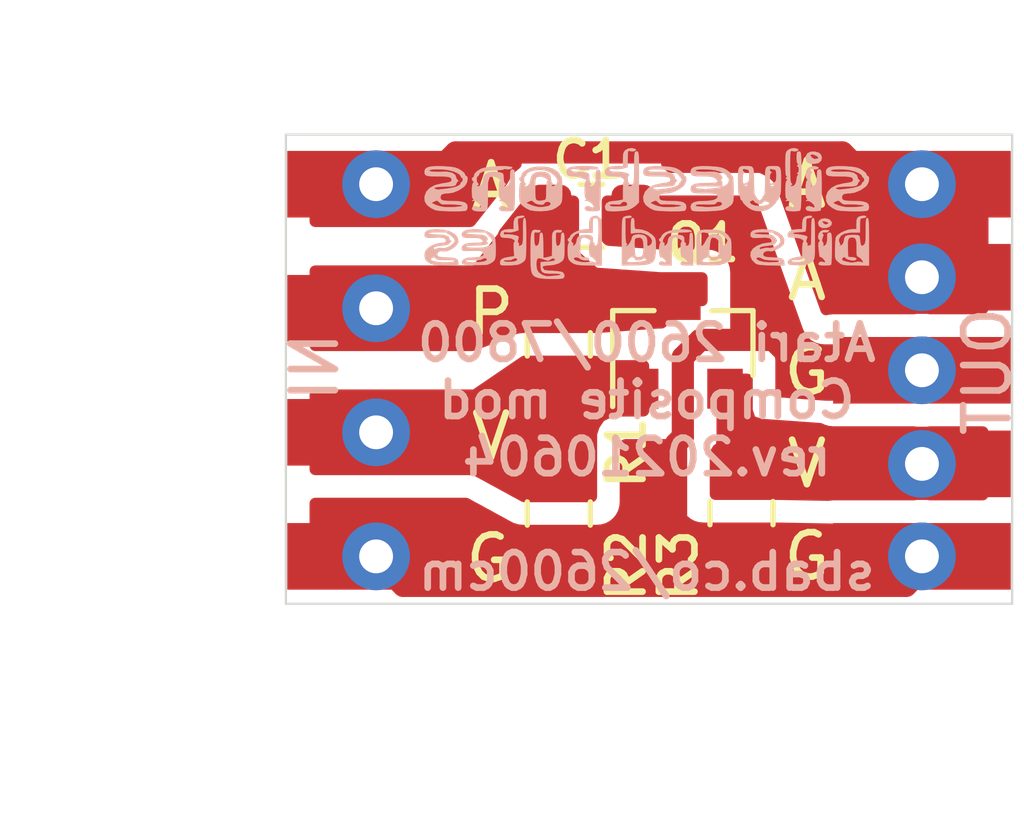
<source format=kicad_pcb>
(kicad_pcb (version 20171130) (host pcbnew "(5.1.10)-1")

  (general
    (thickness 1.6)
    (drawings 19)
    (tracks 23)
    (zones 0)
    (modules 15)
    (nets 6)
  )

  (page A4)
  (layers
    (0 F.Cu signal)
    (31 B.Cu signal)
    (32 B.Adhes user)
    (33 F.Adhes user)
    (34 B.Paste user)
    (35 F.Paste user)
    (36 B.SilkS user)
    (37 F.SilkS user)
    (38 B.Mask user)
    (39 F.Mask user)
    (40 Dwgs.User user)
    (41 Cmts.User user)
    (42 Eco1.User user)
    (43 Eco2.User user)
    (44 Edge.Cuts user)
    (45 Margin user)
    (46 B.CrtYd user)
    (47 F.CrtYd user)
    (48 B.Fab user)
    (49 F.Fab user)
  )

  (setup
    (last_trace_width 1)
    (trace_clearance 0.127)
    (zone_clearance 0.508)
    (zone_45_only no)
    (trace_min 0.2)
    (via_size 0.8)
    (via_drill 0.4)
    (via_min_size 0.4)
    (via_min_drill 0.3)
    (uvia_size 0.3)
    (uvia_drill 0.1)
    (uvias_allowed no)
    (uvia_min_size 0.2)
    (uvia_min_drill 0.1)
    (edge_width 0.05)
    (segment_width 0.2)
    (pcb_text_width 0.3)
    (pcb_text_size 1.5 1.5)
    (mod_edge_width 0.12)
    (mod_text_size 1 1)
    (mod_text_width 0.15)
    (pad_size 2 2)
    (pad_drill 1)
    (pad_to_mask_clearance 0.051)
    (solder_mask_min_width 0.25)
    (aux_axis_origin 0 0)
    (visible_elements 7FFFFFFF)
    (pcbplotparams
      (layerselection 0x010fc_ffffffff)
      (usegerberextensions false)
      (usegerberattributes false)
      (usegerberadvancedattributes false)
      (creategerberjobfile false)
      (excludeedgelayer true)
      (linewidth 0.100000)
      (plotframeref false)
      (viasonmask false)
      (mode 1)
      (useauxorigin false)
      (hpglpennumber 1)
      (hpglpenspeed 20)
      (hpglpendiameter 15.000000)
      (psnegative false)
      (psa4output false)
      (plotreference true)
      (plotvalue true)
      (plotinvisibletext false)
      (padsonsilk false)
      (subtractmaskfromsilk false)
      (outputformat 1)
      (mirror false)
      (drillshape 0)
      (scaleselection 1)
      (outputdirectory "gerbers"))
  )

  (net 0 "")
  (net 1 /POWER)
  (net 2 /VIDEO_IN)
  (net 3 /GND)
  (net 4 /VIDEO_OUT)
  (net 5 /AUDIO)

  (net_class Default "This is the default net class."
    (clearance 0.127)
    (trace_width 1)
    (via_dia 0.8)
    (via_drill 0.4)
    (uvia_dia 0.3)
    (uvia_drill 0.1)
    (add_net /AUDIO)
    (add_net /GND)
    (add_net /POWER)
    (add_net /VIDEO_IN)
    (add_net /VIDEO_OUT)
  )

  (module Silvestron_Components:sbab-tiny-logo (layer B.Cu) (tedit 0) (tstamp 5FC54886)
    (at 127.1016 118.0084 180)
    (fp_text reference G*** (at 0 0) (layer B.SilkS) hide
      (effects (font (size 1.524 1.524) (thickness 0.3)) (justify mirror))
    )
    (fp_text value LOGO (at 0.75 0) (layer B.SilkS) hide
      (effects (font (size 1.524 1.524) (thickness 0.3)) (justify mirror))
    )
    (fp_poly (pts (xy 2.562476 -0.38112) (xy 2.585969 -0.412243) (xy 2.601479 -0.468736) (xy 2.610615 -0.556779)
      (xy 2.614983 -0.682551) (xy 2.616191 -0.852233) (xy 2.6162 -0.874227) (xy 2.615202 -1.050675)
      (xy 2.610707 -1.183469) (xy 2.600461 -1.279742) (xy 2.582212 -1.346624) (xy 2.553707 -1.391249)
      (xy 2.512692 -1.420747) (xy 2.456915 -1.44225) (xy 2.434657 -1.448873) (xy 2.373394 -1.459084)
      (xy 2.280965 -1.466262) (xy 2.172461 -1.470202) (xy 2.062973 -1.470697) (xy 1.967593 -1.46754)
      (xy 1.901412 -1.460525) (xy 1.88595 -1.456378) (xy 1.857728 -1.422887) (xy 1.859892 -1.373154)
      (xy 1.860373 -1.372463) (xy 1.930489 -1.372463) (xy 1.949062 -1.386555) (xy 2.013404 -1.399005)
      (xy 2.06375 -1.403674) (xy 2.145898 -1.409858) (xy 2.209212 -1.415406) (xy 2.229665 -1.417701)
      (xy 2.273467 -1.41161) (xy 2.338228 -1.390526) (xy 2.348271 -1.38645) (xy 2.430679 -1.335087)
      (xy 2.475468 -1.260403) (xy 2.488814 -1.15205) (xy 2.488811 -1.151019) (xy 2.482793 -1.059766)
      (xy 2.460376 -1.012553) (xy 2.41363 -1.003332) (xy 2.334621 -1.026053) (xy 2.328158 -1.0285)
      (xy 2.25642 -1.053637) (xy 2.214372 -1.058928) (xy 2.185138 -1.044837) (xy 2.172149 -1.032777)
      (xy 2.128904 -1.009201) (xy 2.086207 -1.01056) (xy 2.063253 -1.033621) (xy 2.064692 -1.050879)
      (xy 2.093263 -1.067227) (xy 2.158345 -1.080523) (xy 2.230865 -1.087062) (xy 2.3876 -1.094624)
      (xy 2.3876 -1.191901) (xy 2.380009 -1.267075) (xy 2.351862 -1.315552) (xy 2.295101 -1.342082)
      (xy 2.201664 -1.351414) (xy 2.118351 -1.350535) (xy 2.018236 -1.351434) (xy 1.954581 -1.35975)
      (xy 1.930489 -1.372463) (xy 1.860373 -1.372463) (xy 1.890093 -1.329779) (xy 1.899751 -1.323608)
      (xy 1.94645 -1.310853) (xy 2.027479 -1.299771) (xy 2.126372 -1.292536) (xy 2.139269 -1.292006)
      (xy 2.22937 -1.28642) (xy 2.294035 -1.2781) (xy 2.321904 -1.268635) (xy 2.321903 -1.266446)
      (xy 2.328343 -1.238736) (xy 2.3368 -1.2319) (xy 2.355267 -1.205637) (xy 2.331226 -1.182998)
      (xy 2.272934 -1.169455) (xy 2.24005 -1.167794) (xy 2.09758 -1.15436) (xy 1.980885 -1.118346)
      (xy 1.908453 -1.070253) (xy 1.884836 -1.042142) (xy 1.869233 -1.007214) (xy 1.860017 -0.955077)
      (xy 1.85556 -0.875338) (xy 1.854233 -0.757605) (xy 1.8542 -0.7239) (xy 1.855217 -0.59563)
      (xy 1.858959 -0.510224) (xy 1.866455 -0.459773) (xy 1.878738 -0.436368) (xy 1.8923 -0.4318)
      (xy 1.916697 -0.445897) (xy 1.928315 -0.494386) (xy 1.9304 -0.553719) (xy 1.936409 -0.632198)
      (xy 1.951625 -0.691085) (xy 1.960879 -0.706119) (xy 2.00216 -0.735389) (xy 2.029471 -0.723268)
      (xy 2.044886 -0.666729) (xy 2.0503 -0.575431) (xy 2.050752 -0.488305) (xy 2.045584 -0.441197)
      (xy 2.030812 -0.423349) (xy 2.00245 -0.424006) (xy 1.994735 -0.425423) (xy 1.942631 -0.423646)
      (xy 1.919178 -0.408791) (xy 1.915632 -0.382223) (xy 1.92255 -0.378883) (xy 1.962024 -0.374666)
      (xy 2.002513 -0.370261) (xy 2.073983 -0.383044) (xy 2.118718 -0.435925) (xy 2.132223 -0.523326)
      (xy 2.131877 -0.530692) (xy 2.129557 -0.605837) (xy 2.129038 -0.70703) (xy 2.130049 -0.79066)
      (xy 2.1336 -0.95902) (xy 2.234216 -0.984559) (xy 2.295934 -0.996874) (xy 2.330209 -0.997171)
      (xy 2.332808 -0.993999) (xy 2.332245 -0.963449) (xy 2.332296 -0.893305) (xy 2.332922 -0.794767)
      (xy 2.333792 -0.70485) (xy 2.336321 -0.581173) (xy 2.341463 -0.500217) (xy 2.350432 -0.453919)
      (xy 2.364441 -0.434219) (xy 2.3749 -0.4318) (xy 2.399297 -0.445897) (xy 2.410915 -0.494386)
      (xy 2.413 -0.55372) (xy 2.419009 -0.632198) (xy 2.434225 -0.691085) (xy 2.44348 -0.70612)
      (xy 2.485334 -0.735709) (xy 2.513548 -0.723719) (xy 2.530251 -0.667169) (xy 2.537232 -0.574786)
      (xy 2.53914 -0.487438) (xy 2.534987 -0.44012) (xy 2.520728 -0.4221) (xy 2.492322 -0.422649)
      (xy 2.480712 -0.424777) (xy 2.42729 -0.423858) (xy 2.401778 -0.408791) (xy 2.398232 -0.382223)
      (xy 2.40515 -0.378883) (xy 2.444624 -0.374666) (xy 2.485113 -0.370261) (xy 2.529393 -0.369186)
      (xy 2.562476 -0.38112)) (layer B.SilkS) (width 0.01))
    (fp_poly (pts (xy -4.837698 -0.056285) (xy -4.78278 -0.072565) (xy -4.773531 -0.077093) (xy -4.742188 -0.106353)
      (xy -4.727419 -0.159696) (xy -4.7244 -0.229493) (xy -4.7244 -0.3556) (xy -4.627788 -0.3556)
      (xy -4.541148 -0.367937) (xy -4.44638 -0.400057) (xy -4.358079 -0.444624) (xy -4.290836 -0.494302)
      (xy -4.259455 -0.540778) (xy -4.253066 -0.59178) (xy -4.247406 -0.677394) (xy -4.243474 -0.781435)
      (xy -4.242833 -0.810814) (xy -4.241713 -0.915607) (xy -4.245448 -0.983069) (xy -4.257706 -1.026654)
      (xy -4.282157 -1.059817) (xy -4.320044 -1.093943) (xy -4.357189 -1.123453) (xy -4.393799 -1.143267)
      (xy -4.44085 -1.155477) (xy -4.509316 -1.162173) (xy -4.610172 -1.165444) (xy -4.70247 -1.166774)
      (xy -5.0038 -1.17039) (xy -5.0038 -1.098044) (xy -4.876233 -1.098044) (xy -4.857663 -1.106208)
      (xy -4.834486 -1.096443) (xy -4.775718 -1.085527) (xy -4.715989 -1.094612) (xy -4.643423 -1.107215)
      (xy -4.586854 -1.105924) (xy -4.488411 -1.08514) (xy -4.430138 -1.068694) (xy -4.402072 -1.052709)
      (xy -4.394253 -1.033307) (xy -4.3942 -1.030933) (xy -4.41468 -0.992158) (xy -4.4323 -0.981414)
      (xy -4.465054 -0.979952) (xy -4.4704 -0.989427) (xy -4.492435 -1.013451) (xy -4.545505 -1.036337)
      (xy -4.610055 -1.052308) (xy -4.666533 -1.055586) (xy -4.682424 -1.052072) (xy -4.721069 -1.0275)
      (xy -4.7122 -1.005208) (xy -4.659074 -0.989248) (xy -4.62915 -0.985783) (xy -4.5339 -0.9779)
      (xy -4.526407 -0.776905) (xy -4.525281 -0.662847) (xy -4.53448 -0.590407) (xy -4.557467 -0.550869)
      (xy -4.597703 -0.535518) (xy -4.6228 -0.534177) (xy -4.675082 -0.542187) (xy -4.707472 -0.571942)
      (xy -4.723726 -0.632034) (xy -4.727599 -0.731051) (xy -4.726841 -0.772181) (xy -4.727396 -0.878538)
      (xy -4.735273 -0.944577) (xy -4.748466 -0.9652) (xy -4.784552 -0.981638) (xy -4.826 -1.016)
      (xy -4.865337 -1.064737) (xy -4.876233 -1.098044) (xy -5.0038 -1.098044) (xy -5.0038 -0.635995)
      (xy -5.003302 -0.454402) (xy -5.001541 -0.31774) (xy -4.998123 -0.220147) (xy -4.992652 -0.15576)
      (xy -4.984733 -0.118718) (xy -4.973969 -0.103159) (xy -4.967731 -0.1016) (xy -4.951513 -0.110753)
      (xy -4.941209 -0.143409) (xy -4.935904 -0.207363) (xy -4.934683 -0.310411) (xy -4.935304 -0.377912)
      (xy -4.934797 -0.519019) (xy -4.928508 -0.615982) (xy -4.915823 -0.675196) (xy -4.904763 -0.695412)
      (xy -4.859661 -0.732825) (xy -4.827585 -0.72135) (xy -4.809079 -0.661341) (xy -4.806051 -0.631082)
      (xy -4.798516 -0.559966) (xy -4.78857 -0.511331) (xy -4.785502 -0.504119) (xy -4.752003 -0.489696)
      (xy -4.686746 -0.483342) (xy -4.608039 -0.484529) (xy -4.534191 -0.492728) (xy -4.483511 -0.507409)
      (xy -4.47548 -0.513079) (xy -4.451157 -0.561445) (xy -4.445 -0.603794) (xy -4.429913 -0.665753)
      (xy -4.393597 -0.713212) (xy -4.349471 -0.730769) (xy -4.336824 -0.727946) (xy -4.321135 -0.716518)
      (xy -4.340161 -0.713205) (xy -4.36182 -0.704161) (xy -4.344044 -0.673875) (xy -4.343674 -0.673429)
      (xy -4.324717 -0.618745) (xy -4.328267 -0.572151) (xy -4.367899 -0.498714) (xy -4.445242 -0.451415)
      (xy -4.563479 -0.428738) (xy -4.635349 -0.426155) (xy -4.8006 -0.426155) (xy -4.8006 -0.263877)
      (xy -4.801806 -0.176036) (xy -4.808368 -0.127426) (xy -4.824704 -0.106484) (xy -4.85523 -0.101651)
      (xy -4.862601 -0.1016) (xy -4.916383 -0.092234) (xy -4.940301 -0.076199) (xy -4.933208 -0.058012)
      (xy -4.893424 -0.051404) (xy -4.837698 -0.056285)) (layer B.SilkS) (width 0.01))
    (fp_poly (pts (xy -3.954826 -0.381524) (xy -3.910672 -0.407205) (xy -3.875423 -0.458508) (xy -3.86169 -0.520386)
      (xy -3.871428 -0.572801) (xy -3.89255 -0.592849) (xy -3.910394 -0.609674) (xy -3.890281 -0.629617)
      (xy -3.870658 -0.661112) (xy -3.867004 -0.723396) (xy -3.873255 -0.790301) (xy -3.883211 -0.872689)
      (xy -3.890365 -0.936036) (xy -3.892458 -0.957732) (xy -3.905294 -0.979354) (xy -3.912142 -0.977565)
      (xy -3.939522 -0.985404) (xy -3.977703 -1.018541) (xy -4.011383 -1.060109) (xy -4.02526 -1.09324)
      (xy -4.022793 -1.09954) (xy -3.990148 -1.102574) (xy -3.961728 -1.09184) (xy -3.919413 -1.086783)
      (xy -3.882782 -1.105394) (xy -3.869306 -1.135191) (xy -3.877954 -1.151687) (xy -3.913094 -1.162269)
      (xy -3.978277 -1.167435) (xy -4.053036 -1.1672) (xy -4.116906 -1.161581) (xy -4.148667 -1.151466)
      (xy -4.154818 -1.121191) (xy -4.159971 -1.049857) (xy -4.163678 -0.947204) (xy -4.165492 -0.82297)
      (xy -4.1656 -0.783166) (xy -4.16522 -0.643433) (xy -4.163318 -0.546643) (xy -4.158754 -0.484942)
      (xy -4.150389 -0.450475) (xy -4.137081 -0.435388) (xy -4.117691 -0.431826) (xy -4.114595 -0.4318)
      (xy -4.083009 -0.438682) (xy -4.0691 -0.468066) (xy -4.067459 -0.533052) (xy -4.06787 -0.544938)
      (xy -4.0635 -0.623313) (xy -4.047419 -0.684257) (xy -4.039565 -0.697338) (xy -4.005026 -0.727182)
      (xy -3.976795 -0.736189) (xy -3.970254 -0.721284) (xy -3.975788 -0.710087) (xy -3.975375 -0.671033)
      (xy -3.960853 -0.645835) (xy -3.942377 -0.605841) (xy -3.95501 -0.552673) (xy -3.960705 -0.539677)
      (xy -3.977979 -0.484427) (xy -3.964281 -0.46206) (xy -3.947342 -0.438937) (xy -3.950356 -0.430739)
      (xy -3.982262 -0.418546) (xy -3.999771 -0.422334) (xy -4.049617 -0.421901) (xy -4.081508 -0.409297)
      (xy -4.107809 -0.387391) (xy -4.1021 -0.379655) (xy -4.058047 -0.374725) (xy -4.018622 -0.370359)
      (xy -3.954826 -0.381524)) (layer B.SilkS) (width 0.01))
    (fp_poly (pts (xy -3.622908 -0.057522) (xy -3.570543 -0.073918) (xy -3.54965 -0.086157) (xy -3.517366 -0.134737)
      (xy -3.505405 -0.2207) (xy -3.5052 -0.23775) (xy -3.5052 -0.3556) (xy -3.404796 -0.3556)
      (xy -3.29207 -0.367598) (xy -3.214251 -0.401561) (xy -3.177255 -0.454441) (xy -3.175 -0.473977)
      (xy -3.181993 -0.520719) (xy -3.19405 -0.535647) (xy -3.228617 -0.537695) (xy -3.29575 -0.540432)
      (xy -3.341928 -0.542011) (xy -3.450479 -0.556706) (xy -3.515193 -0.590563) (xy -3.539074 -0.623313)
      (xy -3.532415 -0.635) (xy -3.516981 -0.65892) (xy -3.507534 -0.725184) (xy -3.5052 -0.798949)
      (xy -3.5052 -0.962898) (xy -3.40995 -0.97867) (xy -3.287941 -1.005347) (xy -3.21287 -1.038115)
      (xy -3.18104 -1.078959) (xy -3.180058 -1.102166) (xy -3.189171 -1.130528) (xy -3.214008 -1.147258)
      (xy -3.265961 -1.155933) (xy -3.356421 -1.16013) (xy -3.3655 -1.160375) (xy -3.465773 -1.159873)
      (xy -3.554214 -1.153994) (xy -3.608997 -1.144632) (xy -3.680218 -1.111417) (xy -3.729647 -1.077162)
      (xy -3.7491 -1.058172) (xy -3.755 -1.048312) (xy -3.574727 -1.048312) (xy -3.570068 -1.064586)
      (xy -3.537825 -1.080295) (xy -3.475454 -1.08948) (xy -3.399286 -1.092199) (xy -3.325654 -1.088511)
      (xy -3.270888 -1.078473) (xy -3.2512 -1.063455) (xy -3.274404 -1.045793) (xy -3.342114 -1.046958)
      (xy -3.350132 -1.04798) (xy -3.434335 -1.048942) (xy -3.488157 -1.022129) (xy -3.489651 -1.020663)
      (xy -3.529967 -0.995162) (xy -3.558686 -1.008525) (xy -3.574727 -1.048312) (xy -3.755 -1.048312)
      (xy -3.763327 -1.034399) (xy -3.773143 -0.998256) (xy -3.779363 -0.94216) (xy -3.782802 -0.858524)
      (xy -3.784276 -0.739764) (xy -3.7846 -0.578294) (xy -3.7846 -0.565855) (xy -3.784076 -0.399219)
      (xy -3.782148 -0.276916) (xy -3.778287 -0.192488) (xy -3.771964 -0.139476) (xy -3.762647 -0.11142)
      (xy -3.749807 -0.101861) (xy -3.7465 -0.1016) (xy -3.730074 -0.109242) (xy -3.719023 -0.137349)
      (xy -3.712376 -0.193693) (xy -3.709161 -0.286045) (xy -3.7084 -0.4064) (xy -3.707572 -0.524069)
      (xy -3.705316 -0.620633) (xy -3.701973 -0.686277) (xy -3.697887 -0.711184) (xy -3.697778 -0.7112)
      (xy -3.668092 -0.719146) (xy -3.642811 -0.728216) (xy -3.612631 -0.733388) (xy -3.618588 -0.712676)
      (xy -3.619152 -0.672988) (xy -3.605149 -0.659379) (xy -3.584753 -0.632608) (xy -3.595896 -0.585651)
      (xy -3.600648 -0.57486) (xy -3.614813 -0.53741) (xy -3.607184 -0.515238) (xy -3.568069 -0.499871)
      (xy -3.497603 -0.48479) (xy -3.415255 -0.470798) (xy -3.34986 -0.46391) (xy -3.3274 -0.464198)
      (xy -3.293895 -0.456149) (xy -3.2893 -0.445035) (xy -3.312215 -0.430745) (xy -3.371053 -0.420762)
      (xy -3.422163 -0.418006) (xy -3.500549 -0.413706) (xy -3.556568 -0.405053) (xy -3.572351 -0.398516)
      (xy -3.58161 -0.365337) (xy -3.587027 -0.29837) (xy -3.58766 -0.241395) (xy -3.588222 -0.161288)
      (xy -3.596306 -0.119549) (xy -3.617034 -0.103801) (xy -3.645523 -0.1016) (xy -3.698463 -0.091916)
      (xy -3.721101 -0.0762) (xy -3.714958 -0.057689) (xy -3.676637 -0.051788) (xy -3.622908 -0.057522)) (layer B.SilkS) (width 0.01))
    (fp_poly (pts (xy -2.486649 -0.363241) (xy -2.399808 -0.383974) (xy -2.351654 -0.420906) (xy -2.3368 -0.476332)
      (xy -2.347305 -0.51916) (xy -2.384277 -0.542409) (xy -2.455908 -0.548755) (xy -2.542675 -0.543548)
      (xy -2.678053 -0.539126) (xy -2.768905 -0.554274) (xy -2.814173 -0.588732) (xy -2.8194 -0.611618)
      (xy -2.808729 -0.645308) (xy -2.768041 -0.658913) (xy -2.729685 -0.6604) (xy -2.608403 -0.679447)
      (xy -2.485287 -0.729484) (xy -2.394297 -0.793039) (xy -2.344276 -0.869953) (xy -2.337837 -0.956732)
      (xy -2.372231 -1.042416) (xy -2.444705 -1.116044) (xy -2.480928 -1.138197) (xy -2.52425 -1.14845)
      (xy -2.60592 -1.157411) (xy -2.713488 -1.164003) (xy -2.81305 -1.166897) (xy -3.0988 -1.171154)
      (xy -3.0988 -1.107171) (xy -3.090142 -1.073783) (xy -3.01921 -1.073783) (xy -2.99438 -1.085832)
      (xy -2.922014 -1.096598) (xy -2.88925 -1.099379) (xy -2.747155 -1.102825) (xy -2.62415 -1.092367)
      (xy -2.533068 -1.069418) (xy -2.509227 -1.057549) (xy -2.472439 -1.02734) (xy -2.4638 -1.011752)
      (xy -2.483855 -0.98924) (xy -2.529855 -0.985532) (xy -2.580556 -1.000625) (xy -2.597209 -1.011769)
      (xy -2.652776 -1.035603) (xy -2.751724 -1.048039) (xy -2.832159 -1.050296) (xy -2.935731 -1.053979)
      (xy -2.998871 -1.062487) (xy -3.01921 -1.073783) (xy -3.090142 -1.073783) (xy -3.084071 -1.050377)
      (xy -3.03609 -1.013828) (xy -2.949168 -0.994875) (xy -2.848548 -0.9906) (xy -2.735101 -0.987152)
      (xy -2.663978 -0.974981) (xy -2.627055 -0.951344) (xy -2.616208 -0.9135) (xy -2.6162 -0.912166)
      (xy -2.638144 -0.871521) (xy -2.691199 -0.84547) (xy -2.756207 -0.841307) (xy -2.783811 -0.848348)
      (xy -2.831524 -0.845464) (xy -2.901833 -0.819087) (xy -2.978311 -0.778245) (xy -3.044528 -0.731967)
      (xy -3.084055 -0.68928) (xy -3.087473 -0.681475) (xy -3.090372 -0.643825) (xy -3.013142 -0.643825)
      (xy -2.979326 -0.69225) (xy -2.914171 -0.737313) (xy -2.836769 -0.769539) (xy -2.766212 -0.779453)
      (xy -2.746878 -0.775965) (xy -2.683335 -0.775019) (xy -2.584143 -0.798319) (xy -2.54635 -0.810616)
      (xy -2.540613 -0.792241) (xy -2.54 -0.777277) (xy -2.55796 -0.754976) (xy -2.615557 -0.737722)
      (xy -2.7178 -0.7239) (xy -2.824527 -0.708894) (xy -2.88265 -0.689933) (xy -2.8956 -0.672638)
      (xy -2.91389 -0.635423) (xy -2.924299 -0.629667) (xy -2.929359 -0.606566) (xy -2.900092 -0.559023)
      (xy -2.890323 -0.547238) (xy -2.855856 -0.511033) (xy -2.820172 -0.489234) (xy -2.7696 -0.478081)
      (xy -2.690463 -0.473812) (xy -2.620325 -0.472968) (xy -2.514856 -0.469211) (xy -2.44324 -0.460271)
      (xy -2.413411 -0.447207) (xy -2.413016 -0.44533) (xy -2.437366 -0.43239) (xy -2.506394 -0.423505)
      (xy -2.614091 -0.419333) (xy -2.651894 -0.4191) (xy -2.751344 -0.420667) (xy -2.824796 -0.424884)
      (xy -2.862739 -0.431022) (xy -2.864423 -0.435373) (xy -2.862535 -0.454065) (xy -2.888895 -0.467771)
      (xy -2.962978 -0.510515) (xy -3.007777 -0.574694) (xy -3.013142 -0.643825) (xy -3.090372 -0.643825)
      (xy -3.094747 -0.587009) (xy -3.056734 -0.504399) (xy -2.978227 -0.436961) (xy -2.864015 -0.388007)
      (xy -2.718888 -0.360853) (xy -2.617563 -0.356407) (xy -2.486649 -0.363241)) (layer B.SilkS) (width 0.01))
    (fp_poly (pts (xy -1.237876 -0.373194) (xy -1.180152 -0.394386) (xy -1.144798 -0.436902) (xy -1.126757 -0.5077)
      (xy -1.120971 -0.613738) (xy -1.122385 -0.761973) (xy -1.123216 -0.803716) (xy -1.1303 -1.1557)
      (xy -1.38657 -1.161897) (xy -1.495853 -1.163013) (xy -1.585306 -1.161059) (xy -1.643328 -1.156453)
      (xy -1.658816 -1.152118) (xy -1.695366 -1.136892) (xy -1.720757 -1.13322) (xy -1.771728 -1.116052)
      (xy -1.832538 -1.078424) (xy -1.835861 -1.075844) (xy -1.868616 -1.047213) (xy -1.870959 -1.043633)
      (xy -1.7018 -1.043633) (xy -1.678912 -1.066979) (xy -1.609174 -1.084308) (xy -1.490978 -1.095965)
      (xy -1.4478 -1.098315) (xy -1.335256 -1.100283) (xy -1.268885 -1.092966) (xy -1.244829 -1.075891)
      (xy -1.2446 -1.073411) (xy -1.265794 -1.038308) (xy -1.315026 -1.004425) (xy -1.370777 -0.98414)
      (xy -1.400027 -0.984031) (xy -1.432342 -1.000737) (xy -1.422499 -1.015939) (xy -1.421914 -1.032521)
      (xy -1.46493 -1.04853) (xy -1.473193 -1.050288) (xy -1.553466 -1.050839) (xy -1.590277 -1.029552)
      (xy -1.634034 -1.00781) (xy -1.678692 -1.012179) (xy -1.701581 -1.039796) (xy -1.7018 -1.043633)
      (xy -1.870959 -1.043633) (xy -1.888964 -1.016123) (xy -1.899848 -0.970407) (xy -1.904212 -0.897898)
      (xy -1.905 -0.790094) (xy -1.903627 -0.732533) (xy -1.632716 -0.732533) (xy -1.630827 -0.79213)
      (xy -1.62507 -0.883757) (xy -1.615132 -0.936509) (xy -1.596821 -0.962309) (xy -1.567327 -0.972821)
      (xy -1.499426 -0.984433) (xy -1.46106 -0.984279) (xy -1.43222 -0.97183) (xy -1.427882 -0.969125)
      (xy -1.411763 -0.944957) (xy -1.405942 -0.893557) (xy -1.409893 -0.805768) (xy -1.415182 -0.747264)
      (xy -1.426804 -0.645434) (xy -1.439229 -0.583871) (xy -1.456062 -0.55212) (xy -1.480908 -0.539726)
      (xy -1.487105 -0.538657) (xy -1.5447 -0.549286) (xy -1.588705 -0.576757) (xy -1.615927 -0.610603)
      (xy -1.629651 -0.65769) (xy -1.632716 -0.732533) (xy -1.903627 -0.732533) (xy -1.902365 -0.679641)
      (xy -1.895222 -0.602472) (xy -1.821543 -0.602472) (xy -1.817156 -0.633372) (xy -1.795122 -0.669917)
      (xy -1.75358 -0.723197) (xy -1.727152 -0.728781) (xy -1.712238 -0.685579) (xy -1.707842 -0.643529)
      (xy -1.691057 -0.553348) (xy -1.650536 -0.499697) (xy -1.57685 -0.470362) (xy -1.573616 -0.469639)
      (xy -1.482414 -0.463632) (xy -1.412887 -0.495581) (xy -1.35525 -0.571058) (xy -1.338603 -0.603465)
      (xy -1.300416 -0.672617) (xy -1.264949 -0.719759) (xy -1.250157 -0.730738) (xy -1.223656 -0.72827)
      (xy -1.222439 -0.719931) (xy -1.217369 -0.680483) (xy -1.208618 -0.656142) (xy -1.198633 -0.603564)
      (xy -1.198359 -0.529512) (xy -1.199387 -0.517148) (xy -1.215768 -0.449632) (xy -1.254097 -0.421691)
      (xy -1.324258 -0.427267) (xy -1.33985 -0.431058) (xy -1.373933 -0.433113) (xy -1.44193 -0.433281)
      (xy -1.503431 -0.432145) (xy -1.590966 -0.433035) (xy -1.6502 -0.446636) (xy -1.703388 -0.480705)
      (xy -1.743387 -0.515782) (xy -1.798686 -0.568439) (xy -1.821543 -0.602472) (xy -1.895222 -0.602472)
      (xy -1.895061 -0.600733) (xy -1.88399 -0.56159) (xy -1.8796 -0.5588) (xy -1.855788 -0.538715)
      (xy -1.853886 -0.52705) (xy -1.834109 -0.494886) (xy -1.784652 -0.451097) (xy -1.758636 -0.432745)
      (xy -1.703541 -0.401167) (xy -1.645714 -0.381833) (xy -1.569916 -0.371589) (xy -1.460907 -0.367282)
      (xy -1.44066 -0.366951) (xy -1.323026 -0.366368) (xy -1.237876 -0.373194)) (layer B.SilkS) (width 0.01))
    (fp_poly (pts (xy -0.626236 -0.368326) (xy -0.504452 -0.394564) (xy -0.408928 -0.434608) (xy -0.349446 -0.484973)
      (xy -0.336537 -0.511912) (xy -0.316277 -0.550953) (xy -0.301838 -0.5588) (xy -0.281919 -0.579416)
      (xy -0.2794 -0.5969) (xy -0.296487 -0.630874) (xy -0.31115 -0.635388) (xy -0.328711 -0.641392)
      (xy -0.309677 -0.656848) (xy -0.293491 -0.688957) (xy -0.284046 -0.750259) (xy -0.281133 -0.825554)
      (xy -0.284545 -0.899643) (xy -0.294076 -0.957326) (xy -0.309519 -0.983405) (xy -0.314124 -0.983258)
      (xy -0.354352 -0.992022) (xy -0.399385 -1.027171) (xy -0.428889 -1.070948) (xy -0.4318 -1.086038)
      (xy -0.421439 -1.106409) (xy -0.383114 -1.093319) (xy -0.380476 -1.091919) (xy -0.32149 -1.076715)
      (xy -0.285737 -1.100769) (xy -0.2794 -1.131799) (xy -0.293496 -1.154139) (xy -0.341582 -1.165564)
      (xy -0.4191 -1.1684) (xy -0.5588 -1.1684) (xy -0.5588 -0.866317) (xy -0.560459 -0.725134)
      (xy -0.5673 -0.628153) (xy -0.582121 -0.568833) (xy -0.607719 -0.540632) (xy -0.64689 -0.53701)
      (xy -0.694544 -0.548875) (xy -0.74253 -0.571293) (xy -0.781675 -0.600461) (xy -0.800031 -0.625352)
      (xy -0.787873 -0.635) (xy -0.771367 -0.659883) (xy -0.764111 -0.734137) (xy -0.764545 -0.814026)
      (xy -0.7713 -0.917489) (xy -0.783952 -0.973372) (xy -0.797636 -0.98289) (xy -0.829551 -0.990811)
      (xy -0.87095 -1.02125) (xy -0.907168 -1.059843) (xy -0.923542 -1.092226) (xy -0.919175 -1.101949)
      (xy -0.8829 -1.101336) (xy -0.864691 -1.092874) (xy -0.813278 -1.081368) (xy -0.772613 -1.102652)
      (xy -0.762 -1.133017) (xy -0.777631 -1.15488) (xy -0.829684 -1.165968) (xy -0.9017 -1.1684)
      (xy -1.0414 -1.1684) (xy -1.0414 -0.8001) (xy -1.040675 -0.65381) (xy -1.038005 -0.551139)
      (xy -1.032649 -0.484919) (xy -1.023865 -0.447983) (xy -1.010912 -0.433163) (xy -1.0033 -0.4318)
      (xy -0.980126 -0.444546) (xy -0.968315 -0.48916) (xy -0.9652 -0.568782) (xy -0.96055 -0.657149)
      (xy -0.944831 -0.705476) (xy -0.925023 -0.721182) (xy -0.880821 -0.734935) (xy -0.872069 -0.722281)
      (xy -0.879815 -0.6985) (xy -0.877857 -0.665924) (xy -0.8645 -0.6604) (xy -0.844057 -0.639349)
      (xy -0.841949 -0.60325) (xy -0.838499 -0.536332) (xy -0.802218 -0.498191) (xy -0.726432 -0.483336)
      (xy -0.695332 -0.4826) (xy -0.582371 -0.492898) (xy -0.512951 -0.524948) (xy -0.483922 -0.580481)
      (xy -0.4826 -0.599607) (xy -0.468824 -0.663819) (xy -0.446315 -0.700314) (xy -0.405524 -0.732939)
      (xy -0.390514 -0.72613) (xy -0.397215 -0.6985) (xy -0.396098 -0.665879) (xy -0.383718 -0.6604)
      (xy -0.358135 -0.642373) (xy -0.36013 -0.597453) (xy -0.386793 -0.539382) (xy -0.417888 -0.499008)
      (xy -0.456289 -0.463434) (xy -0.499243 -0.442684) (xy -0.561901 -0.432425) (xy -0.659416 -0.428326)
      (xy -0.665538 -0.428204) (xy -0.785711 -0.425295) (xy -0.872413 -0.421471) (xy -0.942972 -0.41578)
      (xy -0.9906 -0.410355) (xy -1.015138 -0.402325) (xy -0.993102 -0.383083) (xy -0.951574 -0.372024)
      (xy -0.874811 -0.363632) (xy -0.778366 -0.359521) (xy -0.764502 -0.359381) (xy -0.626236 -0.368326)) (layer B.SilkS) (width 0.01))
    (fp_poly (pts (xy 0.445502 -0.056285) (xy 0.50042 -0.072565) (xy 0.509669 -0.077093) (xy 0.526071 -0.088679)
      (xy 0.53836 -0.107944) (xy 0.547126 -0.141598) (xy 0.552959 -0.196351) (xy 0.55645 -0.278915)
      (xy 0.558188 -0.395999) (xy 0.558763 -0.554314) (xy 0.5588 -0.635893) (xy 0.5588 -1.1684)
      (xy 0.31115 -1.1658) (xy 0.194407 -1.162741) (xy 0.088486 -1.156717) (xy 0.009392 -1.148776)
      (xy -0.015018 -1.144432) (xy -0.096937 -1.116076) (xy -0.151949 -1.07139) (xy -0.168976 -1.035124)
      (xy 0.005728 -1.035124) (xy 0.007274 -1.050879) (xy 0.034545 -1.064488) (xy 0.097829 -1.077884)
      (xy 0.182359 -1.089491) (xy 0.273364 -1.097732) (xy 0.356077 -1.101031) (xy 0.41573 -1.097812)
      (xy 0.426098 -1.095583) (xy 0.445784 -1.080511) (xy 0.427978 -1.047208) (xy 0.426098 -1.044783)
      (xy 0.389118 -1.002892) (xy 0.371838 -0.987363) (xy 0.336131 -0.979334) (xy 0.293541 -0.987165)
      (xy 0.266673 -1.004655) (xy 0.26681 -1.016178) (xy 0.261378 -1.038691) (xy 0.224058 -1.051387)
      (xy 0.173109 -1.052565) (xy 0.12679 -1.040529) (xy 0.112501 -1.03053) (xy 0.070008 -1.008277)
      (xy 0.027825 -1.011083) (xy 0.005728 -1.035124) (xy -0.168976 -1.035124) (xy -0.184796 -1.00143)
      (xy -0.200217 -0.897248) (xy -0.2032 -0.789353) (xy -0.202916 -0.754862) (xy 0.070805 -0.754862)
      (xy 0.071876 -0.784018) (xy 0.079867 -0.886462) (xy 0.096551 -0.947565) (xy 0.128794 -0.976755)
      (xy 0.183462 -0.983458) (xy 0.2159 -0.981749) (xy 0.2412 -0.974983) (xy 0.257134 -0.952552)
      (xy 0.266501 -0.904232) (xy 0.272096 -0.819795) (xy 0.274065 -0.769088) (xy 0.277027 -0.666452)
      (xy 0.275111 -0.603537) (xy 0.265467 -0.569308) (xy 0.245245 -0.552725) (xy 0.215891 -0.543828)
      (xy 0.146212 -0.539518) (xy 0.100394 -0.570603) (xy 0.076053 -0.641059) (xy 0.070805 -0.754862)
      (xy -0.202916 -0.754862) (xy -0.2023 -0.68016) (xy -0.197328 -0.608367) (xy -0.184881 -0.560581)
      (xy -0.161553 -0.523406) (xy -0.125951 -0.485457) (xy -0.017589 -0.409536) (xy 0.11686 -0.364737)
      (xy 0.20955 -0.355741) (xy 0.250933 -0.352294) (xy 0.271573 -0.333448) (xy 0.278657 -0.28612)
      (xy 0.2794 -0.2286) (xy 0.283478 -0.148734) (xy 0.2976 -0.109726) (xy 0.3175 -0.1016)
      (xy 0.338405 -0.112225) (xy 0.350264 -0.150359) (xy 0.355137 -0.225391) (xy 0.3556 -0.275373)
      (xy 0.3556 -0.449146) (xy 0.24271 -0.432014) (xy 0.137306 -0.430333) (xy 0.040257 -0.45367)
      (xy -0.040782 -0.495865) (xy -0.098157 -0.55076) (xy -0.124212 -0.612193) (xy -0.111292 -0.674007)
      (xy -0.090715 -0.700314) (xy -0.044512 -0.732454) (xy -0.01338 -0.728795) (xy -0.006824 -0.70485)
      (xy -0.007104 -0.605093) (xy 0.004976 -0.543255) (xy 0.035107 -0.506894) (xy 0.088978 -0.483568)
      (xy 0.09525 -0.481663) (xy 0.175478 -0.469568) (xy 0.251632 -0.476905) (xy 0.308331 -0.500163)
      (xy 0.3302 -0.535282) (xy 0.343151 -0.591239) (xy 0.374676 -0.65522) (xy 0.413784 -0.709348)
      (xy 0.449482 -0.735746) (xy 0.453744 -0.736211) (xy 0.481257 -0.732187) (xy 0.462591 -0.714723)
      (xy 0.4572 -0.7112) (xy 0.436533 -0.690661) (xy 0.45085 -0.686188) (xy 0.465491 -0.671447)
      (xy 0.475244 -0.623797) (xy 0.480734 -0.537462) (xy 0.482589 -0.406666) (xy 0.4826 -0.3937)
      (xy 0.4826 -0.1016) (xy 0.420599 -0.1016) (xy 0.366817 -0.092234) (xy 0.3429 -0.0762)
      (xy 0.349992 -0.058012) (xy 0.389776 -0.051404) (xy 0.445502 -0.056285)) (layer B.SilkS) (width 0.01))
    (fp_poly (pts (xy 1.217303 -0.067529) (xy 1.25095 -0.086157) (xy 1.283234 -0.134737) (xy 1.295195 -0.2207)
      (xy 1.2954 -0.23775) (xy 1.2954 -0.3556) (xy 1.38898 -0.3556) (xy 1.472509 -0.367233)
      (xy 1.563068 -0.397253) (xy 1.64512 -0.438343) (xy 1.703127 -0.483184) (xy 1.720863 -0.511912)
      (xy 1.741123 -0.550953) (xy 1.755562 -0.5588) (xy 1.776123 -0.576401) (xy 1.773339 -0.612453)
      (xy 1.74997 -0.641828) (xy 1.74625 -0.643578) (xy 1.727532 -0.655054) (xy 1.74625 -0.658394)
      (xy 1.764872 -0.679517) (xy 1.775188 -0.742844) (xy 1.778 -0.8382) (xy 1.774867 -0.941425)
      (xy 1.763477 -1.007996) (xy 1.740837 -1.051784) (xy 1.729122 -1.064877) (xy 1.682941 -1.105688)
      (xy 1.633389 -1.133597) (xy 1.569557 -1.151206) (xy 1.480539 -1.161119) (xy 1.355426 -1.165941)
      (xy 1.30175 -1.166897) (xy 1.016 -1.171154) (xy 1.016 -1.093331) (xy 1.133657 -1.093331)
      (xy 1.135362 -1.101496) (xy 1.166802 -1.103642) (xy 1.188018 -1.09493) (xy 1.237923 -1.085485)
      (xy 1.306454 -1.091847) (xy 1.309461 -1.092506) (xy 1.391364 -1.100549) (xy 1.480778 -1.093755)
      (xy 1.563382 -1.07539) (xy 1.624855 -1.048715) (xy 1.650876 -1.016996) (xy 1.651 -1.01467)
      (xy 1.630467 -0.991434) (xy 1.585128 -0.983086) (xy 1.539374 -0.991851) (xy 1.524158 -1.003109)
      (xy 1.47409 -1.034475) (xy 1.402119 -1.052753) (xy 1.336733 -1.051287) (xy 1.328759 -1.048766)
      (xy 1.29678 -1.024011) (xy 1.308673 -1.000619) (xy 1.356822 -0.9906) (xy 1.424158 -0.986733)
      (xy 1.466017 -0.968703) (xy 1.48838 -0.926867) (xy 1.49723 -0.851579) (xy 1.4986 -0.761999)
      (xy 1.494544 -0.646912) (xy 1.479634 -0.575713) (xy 1.449753 -0.54194) (xy 1.400785 -0.539131)
      (xy 1.362856 -0.548875) (xy 1.315769 -0.57099) (xy 1.276444 -0.600142) (xy 1.25714 -0.62518)
      (xy 1.268185 -0.635) (xy 1.283595 -0.658938) (xy 1.293038 -0.725326) (xy 1.2954 -0.8001)
      (xy 1.291586 -0.891029) (xy 1.281192 -0.949036) (xy 1.268845 -0.9652) (xy 1.23473 -0.980669)
      (xy 1.191084 -1.017129) (xy 1.152522 -1.059657) (xy 1.133657 -1.093331) (xy 1.016 -1.093331)
      (xy 1.016 -0.636377) (xy 1.016433 -0.45605) (xy 1.017067 -0.401885) (xy 1.084806 -0.401885)
      (xy 1.089021 -0.533899) (xy 1.099061 -0.635824) (xy 1.114278 -0.699795) (xy 1.125859 -0.716841)
      (xy 1.170003 -0.735287) (xy 1.182622 -0.716926) (xy 1.177585 -0.6985) (xy 1.179543 -0.665924)
      (xy 1.1929 -0.6604) (xy 1.213343 -0.639349) (xy 1.215451 -0.60325) (xy 1.218901 -0.536332)
      (xy 1.255182 -0.498191) (xy 1.330968 -0.483336) (xy 1.362068 -0.4826) (xy 1.475029 -0.492898)
      (xy 1.544449 -0.524948) (xy 1.573478 -0.580481) (xy 1.5748 -0.599607) (xy 1.588576 -0.663819)
      (xy 1.611085 -0.700314) (xy 1.651876 -0.732939) (xy 1.666886 -0.72613) (xy 1.660185 -0.6985)
      (xy 1.661302 -0.665879) (xy 1.673682 -0.6604) (xy 1.699265 -0.642373) (xy 1.69727 -0.597453)
      (xy 1.670607 -0.539382) (xy 1.639512 -0.499008) (xy 1.601 -0.463146) (xy 1.558698 -0.442877)
      (xy 1.497057 -0.433872) (xy 1.400529 -0.4318) (xy 1.2192 -0.4318) (xy 1.2192 -0.2667)
      (xy 1.218086 -0.177949) (xy 1.211803 -0.128516) (xy 1.195936 -0.106923) (xy 1.166071 -0.101695)
      (xy 1.1557 -0.1016) (xy 1.119776 -0.105312) (xy 1.100109 -0.124554) (xy 1.090988 -0.171476)
      (xy 1.087068 -0.24765) (xy 1.084806 -0.401885) (xy 1.017067 -0.401885) (xy 1.018021 -0.320469)
      (xy 1.021194 -0.223582) (xy 1.026383 -0.159339) (xy 1.034019 -0.121692) (xy 1.044534 -0.104589)
      (xy 1.0541 -0.1016) (xy 1.087901 -0.087884) (xy 1.0922 -0.0762) (xy 1.112524 -0.055822)
      (xy 1.160649 -0.053335) (xy 1.217303 -0.067529)) (layer B.SilkS) (width 0.01))
    (fp_poly (pts (xy 2.91345 -0.065059) (xy 2.969749 -0.107549) (xy 2.994596 -0.186048) (xy 2.9972 -0.23775)
      (xy 2.9972 -0.3556) (xy 3.106645 -0.3556) (xy 3.212486 -0.368401) (xy 3.277563 -0.4057)
      (xy 3.299367 -0.465836) (xy 3.298062 -0.482279) (xy 3.2874 -0.518258) (xy 3.25987 -0.536555)
      (xy 3.201726 -0.543373) (xy 3.160472 -0.544369) (xy 3.052227 -0.556725) (xy 2.987207 -0.590563)
      (xy 2.96309 -0.624143) (xy 2.972944 -0.635) (xy 2.989736 -0.653777) (xy 2.995674 -0.713371)
      (xy 2.992654 -0.799322) (xy 2.982191 -0.963645) (xy 3.097645 -0.980369) (xy 3.204313 -1.001532)
      (xy 3.268303 -1.030451) (xy 3.297661 -1.072065) (xy 3.302 -1.105793) (xy 3.299278 -1.13891)
      (xy 3.283607 -1.157371) (xy 3.243721 -1.165091) (xy 3.168358 -1.165986) (xy 3.13055 -1.165394)
      (xy 3.032024 -1.161473) (xy 2.9457 -1.154241) (xy 2.8956 -1.146344) (xy 2.828096 -1.117018)
      (xy 2.77495 -1.080205) (xy 2.754739 -1.060487) (xy 2.739956 -1.036932) (xy 2.7368 -1.026095)
      (xy 2.912735 -1.026095) (xy 2.923461 -1.057066) (xy 2.961357 -1.076429) (xy 3.026025 -1.088451)
      (xy 3.100982 -1.092756) (xy 3.169742 -1.088973) (xy 3.21582 -1.076727) (xy 3.2258 -1.063917)
      (xy 3.203437 -1.046512) (xy 3.14325 -1.048345) (xy 3.062257 -1.045955) (xy 3.019923 -1.025216)
      (xy 2.975335 -1.003039) (xy 2.934273 -1.005092) (xy 2.912735 -1.026095) (xy 2.7368 -1.026095)
      (xy 2.729755 -1.001912) (xy 2.723287 -0.947797) (xy 2.719703 -0.866958) (xy 2.718158 -0.751765)
      (xy 2.717803 -0.594589) (xy 2.7178 -0.565855) (xy 2.718467 -0.396603) (xy 2.720766 -0.27213)
      (xy 2.725146 -0.186429) (xy 2.732055 -0.133493) (xy 2.741939 -0.107314) (xy 2.752402 -0.1016)
      (xy 2.767732 -0.11192) (xy 2.777679 -0.147705) (xy 2.783026 -0.216195) (xy 2.784557 -0.324626)
      (xy 2.784152 -0.394611) (xy 2.784151 -0.526843) (xy 2.787811 -0.616753) (xy 2.796066 -0.672748)
      (xy 2.809851 -0.703234) (xy 2.8194 -0.711722) (xy 2.866802 -0.734004) (xy 2.88764 -0.728532)
      (xy 2.881144 -0.70836) (xy 2.88248 -0.672161) (xy 2.89333 -0.661802) (xy 2.910267 -0.629334)
      (xy 2.897905 -0.577564) (xy 2.886034 -0.537571) (xy 2.896487 -0.51432) (xy 2.939486 -0.498043)
      (xy 2.994088 -0.48564) (xy 3.077948 -0.472947) (xy 3.149306 -0.471013) (xy 3.170567 -0.474081)
      (xy 3.214247 -0.475206) (xy 3.2258 -0.445444) (xy 3.216016 -0.416879) (xy 3.177889 -0.413768)
      (xy 3.149687 -0.41908) (xy 3.072951 -0.422285) (xy 2.988493 -0.40761) (xy 2.981685 -0.405471)
      (xy 2.889795 -0.375144) (xy 2.901137 -0.238372) (xy 2.905899 -0.159361) (xy 2.900745 -0.118418)
      (xy 2.881933 -0.103186) (xy 2.859589 -0.101211) (xy 2.796706 -0.089246) (xy 2.7686 -0.076199)
      (xy 2.754893 -0.05976) (xy 2.784533 -0.052695) (xy 2.8194 -0.051996) (xy 2.91345 -0.065059)) (layer B.SilkS) (width 0.01))
    (fp_poly (pts (xy 4.00661 -0.363532) (xy 4.102452 -0.387893) (xy 4.15429 -0.429523) (xy 4.1656 -0.472265)
      (xy 4.158192 -0.511051) (xy 4.130149 -0.534755) (xy 4.072743 -0.546044) (xy 3.977245 -0.547586)
      (xy 3.9243 -0.545992) (xy 3.814897 -0.548406) (xy 3.74604 -0.566476) (xy 3.72745 -0.578879)
      (xy 3.691726 -0.616974) (xy 3.692694 -0.641497) (xy 3.734526 -0.655023) (xy 3.821394 -0.660125)
      (xy 3.859604 -0.6604) (xy 4.001642 -0.66779) (xy 4.097941 -0.690729) (xy 4.151481 -0.73037)
      (xy 4.1656 -0.778777) (xy 4.164503 -0.808603) (xy 4.155087 -0.827562) (xy 4.128161 -0.837785)
      (xy 4.074535 -0.841403) (xy 3.985019 -0.84055) (xy 3.907279 -0.838705) (xy 3.806821 -0.837696)
      (xy 3.744908 -0.842462) (xy 3.709382 -0.85564) (xy 3.688085 -0.879866) (xy 3.684007 -0.887117)
      (xy 3.67001 -0.928087) (xy 3.692566 -0.952931) (xy 3.721731 -0.96544) (xy 3.78462 -0.979808)
      (xy 3.873865 -0.989295) (xy 3.932303 -0.991407) (xy 4.049567 -1.002393) (xy 4.1271 -1.032599)
      (xy 4.161321 -1.08018) (xy 4.161183 -1.109332) (xy 4.151645 -1.130732) (xy 4.126633 -1.144703)
      (xy 4.076782 -1.153033) (xy 3.992726 -1.15751) (xy 3.898602 -1.159459) (xy 3.78301 -1.159463)
      (xy 3.680557 -1.156387) (xy 3.605891 -1.150819) (xy 3.5814 -1.146759) (xy 3.513858 -1.117099)
      (xy 3.46075 -1.080205) (xy 3.432527 -1.050113) (xy 3.424941 -1.03328) (xy 3.592638 -1.03328)
      (xy 3.611509 -1.060166) (xy 3.612189 -1.060733) (xy 3.657902 -1.079699) (xy 3.733204 -1.092577)
      (xy 3.824832 -1.099306) (xy 3.919526 -1.099828) (xy 4.004023 -1.094081) (xy 4.06506 -1.082008)
      (xy 4.089376 -1.063547) (xy 4.0894 -1.062881) (xy 4.066071 -1.051791) (xy 4.003866 -1.046747)
      (xy 3.91795 -1.048527) (xy 3.806724 -1.050122) (xy 3.735781 -1.039052) (xy 3.703876 -1.022093)
      (xy 3.64911 -1.000133) (xy 3.619721 -1.009273) (xy 3.592638 -1.03328) (xy 3.424941 -1.03328)
      (xy 3.415463 -1.01225) (xy 3.406869 -0.953989) (xy 3.404055 -0.862704) (xy 3.403946 -0.813505)
      (xy 3.405662 -0.680998) (xy 3.409977 -0.628018) (xy 3.468481 -0.628018) (xy 3.476563 -0.676678)
      (xy 3.520392 -0.71054) (xy 3.591587 -0.743364) (xy 3.667504 -0.765181) (xy 3.683 -0.767564)
      (xy 3.774655 -0.774434) (xy 3.873667 -0.775358) (xy 3.966439 -0.771074) (xy 4.039377 -0.762321)
      (xy 4.078886 -0.749836) (xy 4.082069 -0.74589) (xy 4.064354 -0.730999) (xy 3.998573 -0.721871)
      (xy 3.883599 -0.718366) (xy 3.860357 -0.718318) (xy 3.727396 -0.713972) (xy 3.63519 -0.701236)
      (xy 3.586437 -0.681003) (xy 3.583833 -0.654168) (xy 3.607012 -0.634331) (xy 3.627519 -0.614319)
      (xy 3.61315 -0.609988) (xy 3.584362 -0.593773) (xy 3.591009 -0.554667) (xy 3.619996 -0.516575)
      (xy 3.664599 -0.493595) (xy 3.747312 -0.47921) (xy 3.866009 -0.472498) (xy 3.986191 -0.465909)
      (xy 4.056638 -0.455344) (xy 4.078028 -0.443093) (xy 4.051038 -0.431443) (xy 3.976347 -0.422684)
      (xy 3.854632 -0.419103) (xy 3.850197 -0.4191) (xy 3.7483 -0.419996) (xy 3.67005 -0.422404)
      (xy 3.625969 -0.425906) (xy 3.620206 -0.428274) (xy 3.609011 -0.44862) (xy 3.569721 -0.487404)
      (xy 3.557632 -0.497823) (xy 3.497155 -0.563815) (xy 3.468481 -0.628018) (xy 3.409977 -0.628018)
      (xy 3.413185 -0.588642) (xy 3.430832 -0.525809) (xy 3.462915 -0.481872) (xy 3.513752 -0.446204)
      (xy 3.56371 -0.420014) (xy 3.663073 -0.379159) (xy 3.764412 -0.359646) (xy 3.864591 -0.3556)
      (xy 4.00661 -0.363532)) (layer B.SilkS) (width 0.01))
    (fp_poly (pts (xy 4.854974 -0.363501) (xy 4.941505 -0.384223) (xy 4.989332 -0.421415) (xy 5.0038 -0.476332)
      (xy 4.996893 -0.514738) (xy 4.969966 -0.536835) (xy 4.913705 -0.545435) (xy 4.818797 -0.543348)
      (xy 4.7879 -0.541483) (xy 4.661608 -0.53789) (xy 4.578938 -0.547504) (xy 4.534081 -0.571817)
      (xy 4.5212 -0.610083) (xy 4.531225 -0.644682) (xy 4.570224 -0.65872) (xy 4.610915 -0.6604)
      (xy 4.732197 -0.679447) (xy 4.855313 -0.729484) (xy 4.946303 -0.793039) (xy 4.990847 -0.863271)
      (xy 5.004632 -0.948478) (xy 4.987033 -1.028728) (xy 4.955009 -1.071886) (xy 4.904719 -1.110296)
      (xy 4.852313 -1.136396) (xy 4.786371 -1.152722) (xy 4.695474 -1.161813) (xy 4.5682 -1.166208)
      (xy 4.52755 -1.166897) (xy 4.2418 -1.171154) (xy 4.2418 -1.107171) (xy 4.253759 -1.061055)
      (xy 4.326473 -1.061055) (xy 4.328371 -1.0762) (xy 4.378715 -1.090924) (xy 4.45135 -1.099379)
      (xy 4.593794 -1.102815) (xy 4.71985 -1.092574) (xy 4.815153 -1.070105) (xy 4.836927 -1.060506)
      (xy 4.870986 -1.038223) (xy 4.861256 -1.017401) (xy 4.840179 -1.00124) (xy 4.797926 -0.980897)
      (xy 4.762156 -1.000122) (xy 4.757587 -1.004584) (xy 4.730792 -1.025755) (xy 4.694441 -1.038828)
      (xy 4.637332 -1.045386) (xy 4.548265 -1.047016) (xy 4.46405 -1.046122) (xy 4.372029 -1.049645)
      (xy 4.326473 -1.061055) (xy 4.253759 -1.061055) (xy 4.256529 -1.050377) (xy 4.30451 -1.013828)
      (xy 4.391432 -0.994875) (xy 4.492052 -0.9906) (xy 4.605697 -0.987124) (xy 4.676943 -0.974915)
      (xy 4.713831 -0.951303) (xy 4.724399 -0.913615) (xy 4.7244 -0.913394) (xy 4.702674 -0.869411)
      (xy 4.648873 -0.845415) (xy 4.580062 -0.848506) (xy 4.573269 -0.850497) (xy 4.507189 -0.849335)
      (xy 4.42679 -0.818151) (xy 4.346591 -0.766889) (xy 4.281116 -0.705492) (xy 4.244887 -0.643904)
      (xy 4.2418 -0.623524) (xy 4.245479 -0.6096) (xy 4.318 -0.6096) (xy 4.34014 -0.658962)
      (xy 4.395909 -0.70995) (xy 4.469325 -0.75361) (xy 4.544407 -0.780991) (xy 4.605174 -0.78314)
      (xy 4.618006 -0.777662) (xy 4.658913 -0.775501) (xy 4.734457 -0.791875) (xy 4.79425 -0.810616)
      (xy 4.799943 -0.792151) (xy 4.8006 -0.776238) (xy 4.784495 -0.753869) (xy 4.731711 -0.736952)
      (xy 4.635543 -0.723445) (xy 4.6228 -0.722156) (xy 4.519136 -0.708176) (xy 4.461483 -0.690581)
      (xy 4.445 -0.669818) (xy 4.42638 -0.636959) (xy 4.41325 -0.632994) (xy 4.394532 -0.627889)
      (xy 4.41325 -0.618178) (xy 4.44276 -0.585491) (xy 4.445 -0.572493) (xy 4.461284 -0.52861)
      (xy 4.51343 -0.498759) (xy 4.606379 -0.481197) (xy 4.722599 -0.474597) (xy 4.839172 -0.468441)
      (xy 4.906775 -0.457995) (xy 4.926814 -0.445555) (xy 4.900689 -0.433418) (xy 4.829805 -0.42388)
      (xy 4.715563 -0.419238) (xy 4.688706 -0.4191) (xy 4.589665 -0.420892) (xy 4.517023 -0.425716)
      (xy 4.48012 -0.432739) (xy 4.479171 -0.437761) (xy 4.494585 -0.453916) (xy 4.478058 -0.456811)
      (xy 4.435981 -0.474929) (xy 4.383602 -0.517335) (xy 4.33845 -0.567296) (xy 4.318055 -0.608077)
      (xy 4.318 -0.6096) (xy 4.245479 -0.6096) (xy 4.265535 -0.533705) (xy 4.332969 -0.459027)
      (xy 4.438437 -0.402617) (xy 4.576278 -0.367601) (xy 4.7244 -0.356965) (xy 4.854974 -0.363501)) (layer B.SilkS) (width 0.01))
    (fp_poly (pts (xy -3.936919 -0.123892) (xy -3.885353 -0.160146) (xy -3.862336 -0.211105) (xy -3.876942 -0.268891)
      (xy -3.897086 -0.293914) (xy -3.960801 -0.324435) (xy -4.046353 -0.321014) (xy -4.10845 -0.299199)
      (xy -4.157647 -0.25504) (xy -4.160965 -0.225063) (xy -4.093857 -0.225063) (xy -4.085498 -0.231549)
      (xy -4.032157 -0.252052) (xy -3.985945 -0.229749) (xy -3.974496 -0.218923) (xy -3.950238 -0.182281)
      (xy -3.968527 -0.167682) (xy -4.02515 -0.177318) (xy -4.043208 -0.183212) (xy -4.091533 -0.205548)
      (xy -4.093857 -0.225063) (xy -4.160965 -0.225063) (xy -4.163682 -0.200519) (xy -4.128079 -0.149434)
      (xy -4.0894 -0.127) (xy -4.00796 -0.110218) (xy -3.936919 -0.123892)) (layer B.SilkS) (width 0.01))
    (fp_poly (pts (xy -4.174101 1.055739) (xy -4.097062 1.034241) (xy -4.053742 0.99838) (xy -4.038752 0.946551)
      (xy -4.0386 0.939436) (xy -4.043317 0.896468) (xy -4.062968 0.867616) (xy -4.105805 0.850139)
      (xy -4.18008 0.841296) (xy -4.294043 0.838347) (xy -4.3434 0.8382) (xy -4.474271 0.836392)
      (xy -4.562307 0.829615) (xy -4.615387 0.815841) (xy -4.641391 0.793043) (xy -4.6482 0.759767)
      (xy -4.643137 0.732588) (xy -4.621595 0.713244) (xy -4.574052 0.698101) (xy -4.490983 0.683528)
      (xy -4.423284 0.673974) (xy -4.275322 0.637284) (xy -4.158543 0.574233) (xy -4.078518 0.489452)
      (xy -4.040822 0.387572) (xy -4.0386 0.354246) (xy -4.047853 0.272214) (xy -4.083805 0.209711)
      (xy -4.116799 0.175933) (xy -4.192187 0.120978) (xy -4.275833 0.080844) (xy -4.288249 0.076984)
      (xy -4.347201 0.067569) (xy -4.440067 0.060351) (xy -4.553773 0.055508) (xy -4.675241 0.053219)
      (xy -4.791397 0.053664) (xy -4.889165 0.057021) (xy -4.955469 0.06347) (xy -4.97205 0.067622)
      (xy -4.995415 0.099778) (xy -5.0038 0.15044) (xy -4.99684 0.179013) (xy -4.9022 0.179013)
      (xy -4.878898 0.165071) (xy -4.817367 0.153093) (xy -4.730169 0.144163) (xy -4.629869 0.139365)
      (xy -4.529029 0.139784) (xy -4.47939 0.142513) (xy -4.384073 0.159634) (xy -4.290793 0.190608)
      (xy -4.281605 0.194803) (xy -4.18913 0.238901) (xy -4.255399 0.273623) (xy -4.306691 0.294317)
      (xy -4.341383 0.282676) (xy -4.365551 0.257747) (xy -4.411698 0.220098) (xy -4.446267 0.209177)
      (xy -4.537654 0.211379) (xy -4.639547 0.20952) (xy -4.739433 0.204427) (xy -4.824802 0.196927)
      (xy -4.883143 0.187849) (xy -4.9022 0.179013) (xy -4.99684 0.179013) (xy -4.99019 0.206307)
      (xy -4.945683 0.244823) (xy -4.864768 0.268149) (xy -4.741929 0.278443) (xy -4.674483 0.2794)
      (xy -4.550321 0.281476) (xy -4.468538 0.289461) (xy -4.420818 0.305994) (xy -4.398845 0.333712)
      (xy -4.3942 0.3683) (xy -4.406611 0.416718) (xy -4.449235 0.444722) (xy -4.530159 0.456287)
      (xy -4.57509 0.4572) (xy -4.688295 0.476246) (xy -4.809713 0.52696) (xy -4.917977 0.59971)
      (xy -4.943711 0.623402) (xy -4.978302 0.674842) (xy -4.999745 0.737729) (xy -5.002112 0.762)
      (xy -4.9022 0.762) (xy -4.891564 0.720726) (xy -4.8768 0.7112) (xy -4.853753 0.690859)
      (xy -4.8514 0.676182) (xy -4.827207 0.639245) (xy -4.759453 0.605167) (xy -4.655377 0.576673)
      (xy -4.537822 0.558188) (xy -4.450409 0.5482) (xy -4.381935 0.540351) (xy -4.351828 0.536876)
      (xy -4.303394 0.542377) (xy -4.279848 0.549635) (xy -4.251916 0.569134) (xy -4.269316 0.586355)
      (xy -4.326582 0.599729) (xy -4.418251 0.607688) (xy -4.487373 0.609212) (xy -4.610978 0.612358)
      (xy -4.691152 0.622331) (xy -4.73501 0.64088) (xy -4.749666 0.669753) (xy -4.7498 0.673701)
      (xy -4.769662 0.713803) (xy -4.78155 0.721784) (xy -4.80023 0.738465) (xy -4.78155 0.751417)
      (xy -4.753012 0.786892) (xy -4.7498 0.805588) (xy -4.726582 0.867697) (xy -4.662439 0.912791)
      (xy -4.565639 0.936533) (xy -4.495979 0.938749) (xy -4.343271 0.935326) (xy -4.236478 0.93804)
      (xy -4.171037 0.947313) (xy -4.142386 0.963564) (xy -4.140196 0.97155) (xy -4.163411 0.986641)
      (xy -4.2249 0.996169) (xy -4.312421 0.999943) (xy -4.413733 0.997767) (xy -4.516594 0.989451)
      (xy -4.589711 0.978636) (xy -4.681663 0.954185) (xy -4.764776 0.919813) (xy -4.825749 0.882253)
      (xy -4.851284 0.848234) (xy -4.851401 0.846196) (xy -4.866768 0.815532) (xy -4.8768 0.8128)
      (xy -4.897438 0.791527) (xy -4.9022 0.762) (xy -5.002112 0.762) (xy -5.005409 0.795785)
      (xy -4.992669 0.832731) (xy -4.9784 0.8382) (xy -4.954028 0.857766) (xy -4.953 0.865415)
      (xy -4.928104 0.915797) (xy -4.854022 0.973772) (xy -4.811434 0.998152) (xy -4.733941 0.998152)
      (xy -4.699 0.994611) (xy -4.662942 0.998603) (xy -4.66725 1.007422) (xy -4.719253 1.010777)
      (xy -4.73075 1.007422) (xy -4.733941 0.998152) (xy -4.811434 0.998152) (xy -4.799359 1.005064)
      (xy -4.730168 1.031105) (xy -4.632046 1.048899) (xy -4.495451 1.060007) (xy -4.450906 1.062055)
      (xy -4.290252 1.064476) (xy -4.174101 1.055739)) (layer B.SilkS) (width 0.01))
    (fp_poly (pts (xy -3.696183 1.053039) (xy -3.636087 1.019371) (xy -3.600968 0.967197) (xy -3.582595 0.897793)
      (xy -3.582772 0.830239) (xy -3.603304 0.783618) (xy -3.61315 0.776817) (xy -3.63183 0.760136)
      (xy -3.61315 0.747184) (xy -3.596479 0.71652) (xy -3.585501 0.652313) (xy -3.580217 0.568909)
      (xy -3.580627 0.480659) (xy -3.586731 0.401909) (xy -3.598529 0.34701) (xy -3.61315 0.329812)
      (xy -3.626948 0.320647) (xy -3.6068 0.302016) (xy -3.584268 0.282997) (xy -3.60635 0.286839)
      (xy -3.614561 0.289449) (xy -3.66061 0.28213) (xy -3.716577 0.247366) (xy -3.764042 0.199876)
      (xy -3.784591 0.154378) (xy -3.7846 0.153555) (xy -3.775471 0.129692) (xy -3.74124 0.136177)
      (xy -3.708571 0.152309) (xy -3.650661 0.166034) (xy -3.601755 0.151273) (xy -3.5814 0.1143)
      (xy -3.601921 0.077966) (xy -3.621578 0.066218) (xy -3.676606 0.056445) (xy -3.757448 0.053179)
      (xy -3.839895 0.0563) (xy -3.899739 0.065689) (xy -3.90525 0.067622) (xy -3.917407 0.086458)
      (xy -3.926315 0.135131) (xy -3.932318 0.218714) (xy -3.93576 0.342282) (xy -3.936986 0.510907)
      (xy -3.937 0.535517) (xy -3.936758 0.697626) (xy -3.935516 0.815849) (xy -3.932502 0.897097)
      (xy -3.926946 0.948283) (xy -3.918075 0.97632) (xy -3.905118 0.988121) (xy -3.887303 0.990597)
      (xy -3.8862 0.9906) (xy -3.857959 0.985104) (xy -3.842626 0.960907) (xy -3.836394 0.906452)
      (xy -3.8354 0.836386) (xy -3.826676 0.720245) (xy -3.798908 0.647545) (xy -3.749708 0.613735)
      (xy -3.716565 0.609989) (xy -3.68573 0.614381) (xy -3.702331 0.632962) (xy -3.7084 0.637323)
      (xy -3.731399 0.662671) (xy -3.71475 0.677151) (xy -3.694094 0.709679) (xy -3.683581 0.777133)
      (xy -3.683 0.8001) (xy -3.689967 0.874558) (xy -3.708206 0.918337) (xy -3.71475 0.922979)
      (xy -3.733468 0.934455) (xy -3.71475 0.937795) (xy -3.686885 0.960344) (xy -3.683 0.979612)
      (xy -3.697419 1.007322) (xy -3.7338 1.0033) (xy -3.787337 0.995846) (xy -3.83647 1.002611)
      (xy -3.866635 1.018841) (xy -3.863266 1.03978) (xy -3.857807 1.043788) (xy -3.781938 1.065452)
      (xy -3.696183 1.053039)) (layer B.SilkS) (width 0.01))
    (fp_poly (pts (xy -3.238983 1.459439) (xy -3.178887 1.425771) (xy -3.154329 1.39998) (xy -3.138424 1.366642)
      (xy -3.129329 1.31506) (xy -3.125203 1.234539) (xy -3.124202 1.11438) (xy -3.1242 1.108271)
      (xy -3.125975 0.979135) (xy -3.13175 0.894898) (xy -3.142207 0.849772) (xy -3.15595 0.837812)
      (xy -3.172261 0.831098) (xy -3.153076 0.815486) (xy -3.131174 0.794172) (xy -3.153076 0.777775)
      (xy -3.173648 0.760428) (xy -3.15595 0.747184) (xy -3.137249 0.71352) (xy -3.126795 0.632768)
      (xy -3.1242 0.531284) (xy -3.126992 0.420941) (xy -3.135927 0.355801) (xy -3.151843 0.330545)
      (xy -3.15595 0.329812) (xy -3.169748 0.320647) (xy -3.1496 0.302016) (xy -3.127068 0.282997)
      (xy -3.14915 0.286839) (xy -3.157361 0.289449) (xy -3.20341 0.28213) (xy -3.259377 0.247366)
      (xy -3.306842 0.199876) (xy -3.327391 0.154378) (xy -3.3274 0.153555) (xy -3.318271 0.129692)
      (xy -3.28404 0.136177) (xy -3.251371 0.152309) (xy -3.193461 0.166034) (xy -3.144555 0.151273)
      (xy -3.1242 0.1143) (xy -3.144721 0.077966) (xy -3.164378 0.066218) (xy -3.219406 0.056445)
      (xy -3.300248 0.053179) (xy -3.382695 0.0563) (xy -3.442539 0.065689) (xy -3.44805 0.067622)
      (xy -3.458257 0.08394) (xy -3.466207 0.126706) (xy -3.472114 0.200443) (xy -3.476193 0.309679)
      (xy -3.478656 0.458938) (xy -3.479719 0.652746) (xy -3.4798 0.738717) (xy -3.479673 0.938321)
      (xy -3.478996 1.09288) (xy -3.477324 1.208149) (xy -3.474213 1.289883) (xy -3.469219 1.343837)
      (xy -3.461899 1.375766) (xy -3.451807 1.391424) (xy -3.438501 1.396568) (xy -3.429 1.397)
      (xy -3.399643 1.390937) (xy -3.38435 1.36472) (xy -3.378742 1.306311) (xy -3.3782 1.2573)
      (xy -3.383427 1.165595) (xy -3.399385 1.121788) (xy -3.40995 1.117212) (xy -3.423173 1.10843)
      (xy -3.4036 1.0922) (xy -3.382934 1.071662) (xy -3.39725 1.067189) (xy -3.419742 1.046141)
      (xy -3.428648 0.99885) (xy -3.423969 0.948027) (xy -3.405705 0.916379) (xy -3.39725 0.914012)
      (xy -3.384028 0.90523) (xy -3.4036 0.889) (xy -3.424267 0.868462) (xy -3.40995 0.863989)
      (xy -3.387281 0.840479) (xy -3.378231 0.777607) (xy -3.3782 0.772886) (xy -3.362012 0.682991)
      (xy -3.317121 0.626347) (xy -3.259365 0.609989) (xy -3.22853 0.614381) (xy -3.245131 0.632962)
      (xy -3.2512 0.637323) (xy -3.274199 0.662671) (xy -3.25755 0.677151) (xy -3.244078 0.698017)
      (xy -3.234636 0.751414) (xy -3.228788 0.842576) (xy -3.226098 0.976733) (xy -3.2258 1.057929)
      (xy -3.226095 1.201149) (xy -3.227684 1.30091) (xy -3.231627 1.364553) (xy -3.238986 1.399417)
      (xy -3.25082 1.412842) (xy -3.268188 1.41217) (xy -3.2766 1.4097) (xy -3.330137 1.402246)
      (xy -3.37927 1.409011) (xy -3.409435 1.425241) (xy -3.406066 1.44618) (xy -3.400607 1.450188)
      (xy -3.324738 1.471852) (xy -3.238983 1.459439)) (layer B.SilkS) (width 0.01))
    (fp_poly (pts (xy -2.773695 1.065761) (xy -2.724634 1.057344) (xy -2.693527 1.033599) (xy -2.676284 0.986577)
      (xy -2.668817 0.908329) (xy -2.667036 0.790906) (xy -2.667 0.721183) (xy -2.665028 0.584436)
      (xy -2.659411 0.482853) (xy -2.650599 0.422005) (xy -2.6416 0.4064) (xy -2.617228 0.386835)
      (xy -2.6162 0.379186) (xy -2.599861 0.340542) (xy -2.5781 0.313872) (xy -2.54336 0.288755)
      (xy -2.511837 0.304278) (xy -2.5019 0.313872) (xy -2.470673 0.356771) (xy -2.4638 0.379186)
      (xy -2.445539 0.4053) (xy -2.4384 0.4064) (xy -2.427366 0.430844) (xy -2.419169 0.500458)
      (xy -2.41426 0.609671) (xy -2.413974 0.635) (xy -2.2606 0.635) (xy -2.241272 0.610339)
      (xy -2.2352 0.6096) (xy -2.210539 0.628929) (xy -2.2098 0.635) (xy -2.229129 0.659662)
      (xy -2.2352 0.6604) (xy -2.259862 0.641072) (xy -2.2606 0.635) (xy -2.413974 0.635)
      (xy -2.413 0.721183) (xy -2.412484 0.854782) (xy -2.3114 0.854782) (xy -2.308181 0.772191)
      (xy -2.294967 0.724948) (xy -2.266431 0.697817) (xy -2.25425 0.691401) (xy -2.20041 0.668915)
      (xy -2.17195 0.673616) (xy -2.160829 0.713607) (xy -2.159 0.7874) (xy -2.165206 0.874379)
      (xy -2.183551 0.914019) (xy -2.19075 0.916406) (xy -2.209468 0.921511) (xy -2.19075 0.931222)
      (xy -2.162169 0.964652) (xy -2.159 0.982735) (xy -2.174963 1.009521) (xy -2.199178 1.006018)
      (xy -2.256396 0.99205) (xy -2.275378 0.9906) (xy -2.297772 0.975467) (xy -2.309 0.924619)
      (xy -2.3114 0.854782) (xy -2.412484 0.854782) (xy -2.412466 0.859401) (xy -2.408135 0.95477)
      (xy -2.39592 1.015238) (xy -2.37173 1.048754) (xy -2.331476 1.063269) (xy -2.271069 1.066731)
      (xy -2.2352 1.0668) (xy -2.164095 1.065761) (xy -2.115034 1.057344) (xy -2.083927 1.033599)
      (xy -2.066684 0.986577) (xy -2.059217 0.908329) (xy -2.057436 0.790906) (xy -2.0574 0.721183)
      (xy -2.059373 0.584436) (xy -2.06499 0.482853) (xy -2.073802 0.422005) (xy -2.0828 0.4064)
      (xy -2.103438 0.385127) (xy -2.1082 0.3556) (xy -2.118837 0.314326) (xy -2.1336 0.3048)
      (xy -2.15808 0.285318) (xy -2.159 0.278246) (xy -2.178754 0.237242) (xy -2.229206 0.183147)
      (xy -2.297144 0.12841) (xy -2.357197 0.091488) (xy -2.462715 0.059326) (xy -2.584163 0.055047)
      (xy -2.696532 0.078556) (xy -2.72828 0.092892) (xy -2.799173 0.139482) (xy -2.863577 0.195265)
      (xy -2.891033 0.227368) (xy -2.765984 0.227368) (xy -2.741918 0.202904) (xy -2.668807 0.180375)
      (xy -2.648231 0.176006) (xy -2.535452 0.165323) (xy -2.432371 0.176902) (xy -2.355816 0.208323)
      (xy -2.341731 0.220041) (xy -2.316816 0.253491) (xy -2.331925 0.2766) (xy -2.339031 0.281317)
      (xy -2.389769 0.303212) (xy -2.412431 0.289645) (xy -2.413 0.283478) (xy -2.433493 0.258458)
      (xy -2.4762 0.233359) (xy -2.539771 0.217394) (xy -2.59226 0.225173) (xy -2.616063 0.25376)
      (xy -2.6162 0.256718) (xy -2.636384 0.275642) (xy -2.683018 0.276383) (xy -2.735232 0.259225)
      (xy -2.742465 0.254993) (xy -2.765984 0.227368) (xy -2.891033 0.227368) (xy -2.908286 0.247541)
      (xy -2.921 0.278246) (xy -2.939636 0.303838) (xy -2.9464 0.3048) (xy -2.967038 0.326074)
      (xy -2.9718 0.3556) (xy -2.982437 0.396875) (xy -2.9972 0.4064) (xy -3.008235 0.430844)
      (xy -3.016432 0.500458) (xy -3.021341 0.609671) (xy -3.021626 0.635) (xy -2.8702 0.635)
      (xy -2.848688 0.615327) (xy -2.81305 0.609989) (xy -2.775936 0.614) (xy -2.785061 0.62894)
      (xy -2.794 0.635) (xy -2.846563 0.658635) (xy -2.869415 0.643507) (xy -2.8702 0.635)
      (xy -3.021626 0.635) (xy -3.0226 0.721183) (xy -3.022084 0.854782) (xy -2.921 0.854782)
      (xy -2.917781 0.772191) (xy -2.904567 0.724948) (xy -2.876031 0.697817) (xy -2.86385 0.691401)
      (xy -2.81001 0.668915) (xy -2.78155 0.673616) (xy -2.770429 0.713607) (xy -2.7686 0.7874)
      (xy -2.774806 0.874379) (xy -2.793151 0.914019) (xy -2.80035 0.916406) (xy -2.819068 0.921511)
      (xy -2.80035 0.931222) (xy -2.771769 0.964652) (xy -2.7686 0.982735) (xy -2.784563 1.009521)
      (xy -2.808778 1.006018) (xy -2.865996 0.99205) (xy -2.884978 0.9906) (xy -2.907372 0.975467)
      (xy -2.9186 0.924619) (xy -2.921 0.854782) (xy -3.022084 0.854782) (xy -3.022066 0.859401)
      (xy -3.017735 0.95477) (xy -3.00552 1.015238) (xy -2.98133 1.048754) (xy -2.941076 1.063269)
      (xy -2.880669 1.066731) (xy -2.844801 1.066801) (xy -2.773695 1.065761)) (layer B.SilkS) (width 0.01))
    (fp_poly (pts (xy -1.126101 1.055739) (xy -1.049062 1.034241) (xy -1.005742 0.99838) (xy -0.990752 0.946551)
      (xy -0.9906 0.939436) (xy -0.995654 0.895544) (xy -1.016423 0.866412) (xy -1.061319 0.849106)
      (xy -1.138756 0.840692) (xy -1.257145 0.838236) (xy -1.280891 0.838201) (xy -1.39387 0.835784)
      (xy -1.468877 0.827022) (xy -1.518577 0.809644) (xy -1.545514 0.790771) (xy -1.588541 0.747396)
      (xy -1.597619 0.717496) (xy -1.568722 0.698791) (xy -1.497819 0.689) (xy -1.380883 0.685843)
      (xy -1.360096 0.6858) (xy -1.209462 0.681774) (xy -1.10315 0.668319) (xy -1.035218 0.643371)
      (xy -0.999723 0.604867) (xy -0.9906 0.557441) (xy -0.995407 0.514879) (xy -1.015318 0.486298)
      (xy -1.058576 0.468987) (xy -1.13342 0.460236) (xy -1.24809 0.457336) (xy -1.2954 0.4572)
      (xy -1.426677 0.455346) (xy -1.515019 0.448509) (xy -1.568198 0.434783) (xy -1.593986 0.412258)
      (xy -1.6002 0.38236) (xy -1.576129 0.334789) (xy -1.505754 0.301319) (xy -1.391835 0.282882)
      (xy -1.2954 0.2794) (xy -1.15739 0.272858) (xy -1.063827 0.251877) (xy -1.009896 0.214432)
      (xy -0.990784 0.158494) (xy -0.9906 0.151041) (xy -1.004309 0.092515) (xy -1.030778 0.066218)
      (xy -1.084931 0.056876) (xy -1.176162 0.052426) (xy -1.291032 0.052385) (xy -1.416104 0.05627)
      (xy -1.537939 0.063602) (xy -1.643101 0.073896) (xy -1.718151 0.086672) (xy -1.734292 0.091449)
      (xy -1.815579 0.131407) (xy -1.886788 0.182944) (xy -1.893042 0.188933) (xy -1.920089 0.21893)
      (xy -1.927363 0.232167) (xy -1.698442 0.232167) (xy -1.692233 0.194154) (xy -1.648531 0.166819)
      (xy -1.64465 0.165872) (xy -1.578322 0.155439) (xy -1.490547 0.147107) (xy -1.400841 0.142089)
      (xy -1.32872 0.141595) (xy -1.299673 0.144462) (xy -1.251974 0.149955) (xy -1.182755 0.152393)
      (xy -1.179023 0.1524) (xy -1.116624 0.160818) (xy -1.092213 0.183261) (xy -1.092188 0.18415)
      (xy -1.106265 0.19968) (xy -1.152984 0.207861) (xy -1.239055 0.209366) (xy -1.320788 0.207023)
      (xy -1.434809 0.205264) (xy -1.51268 0.209771) (xy -1.547978 0.220088) (xy -1.5494 0.223356)
      (xy -1.57064 0.254183) (xy -1.618967 0.269013) (xy -1.6637 0.263186) (xy -1.698442 0.232167)
      (xy -1.927363 0.232167) (xy -1.938002 0.251527) (xy -1.948653 0.297348) (xy -1.953915 0.367017)
      (xy -1.95566 0.471157) (xy -1.9558 0.544946) (xy -1.953691 0.675268) (xy -1.949579 0.741305)
      (xy -1.8542 0.741305) (xy -1.830083 0.67628) (xy -1.760868 0.623676) (xy -1.651262 0.585904)
      (xy -1.511311 0.565751) (xy -1.428639 0.558074) (xy -1.368837 0.549485) (xy -1.347538 0.543205)
      (xy -1.31729 0.540611) (xy -1.301 0.545311) (xy -1.252279 0.554657) (xy -1.182528 0.55879)
      (xy -1.179023 0.5588) (xy -1.116623 0.567217) (xy -1.092223 0.589663) (xy -1.092198 0.59055)
      (xy -1.105169 0.604439) (xy -1.148227 0.612967) (xy -1.227587 0.616629) (xy -1.349464 0.615922)
      (xy -1.396998 0.614889) (xy -1.7018 0.607478) (xy -1.7018 0.672039) (xy -1.691049 0.721042)
      (xy -1.67005 0.738606) (xy -1.651333 0.743711) (xy -1.67005 0.753422) (xy -1.69935 0.786484)
      (xy -1.690528 0.837443) (xy -1.645885 0.893432) (xy -1.644829 0.894353) (xy -1.592795 0.925615)
      (xy -1.521296 0.938561) (xy -1.447979 0.938749) (xy -1.295271 0.935326) (xy -1.188478 0.93804)
      (xy -1.123037 0.947313) (xy -1.094386 0.963564) (xy -1.092196 0.97155) (xy -1.115411 0.986641)
      (xy -1.1769 0.996169) (xy -1.264421 0.999943) (xy -1.365733 0.997767) (xy -1.468594 0.989451)
      (xy -1.541711 0.978636) (xy -1.633663 0.954185) (xy -1.716776 0.919813) (xy -1.777749 0.882253)
      (xy -1.803284 0.848234) (xy -1.8034 0.846196) (xy -1.818768 0.815532) (xy -1.8288 0.8128)
      (xy -1.847073 0.790842) (xy -1.8542 0.741305) (xy -1.949579 0.741305) (xy -1.947716 0.771222)
      (xy -1.938402 0.826704) (xy -1.9304 0.8382) (xy -1.906028 0.857766) (xy -1.905 0.865415)
      (xy -1.880104 0.915797) (xy -1.806022 0.973772) (xy -1.763434 0.998152) (xy -1.685941 0.998152)
      (xy -1.651 0.994611) (xy -1.614942 0.998603) (xy -1.61925 1.007422) (xy -1.671253 1.010777)
      (xy -1.68275 1.007422) (xy -1.685941 0.998152) (xy -1.763434 0.998152) (xy -1.751359 1.005064)
      (xy -1.682168 1.031105) (xy -1.584046 1.048899) (xy -1.447451 1.060007) (xy -1.402906 1.062055)
      (xy -1.242252 1.064476) (xy -1.126101 1.055739)) (layer B.SilkS) (width 0.01))
    (fp_poly (pts (xy -0.059301 1.055739) (xy 0.017738 1.034241) (xy 0.061058 0.99838) (xy 0.076048 0.946551)
      (xy 0.0762 0.939436) (xy 0.071483 0.896468) (xy 0.051832 0.867616) (xy 0.008995 0.850139)
      (xy -0.06528 0.841296) (xy -0.179243 0.838347) (xy -0.2286 0.8382) (xy -0.359471 0.836392)
      (xy -0.447507 0.829615) (xy -0.500587 0.815841) (xy -0.526591 0.793043) (xy -0.5334 0.759767)
      (xy -0.528337 0.732588) (xy -0.506795 0.713244) (xy -0.459252 0.698101) (xy -0.376183 0.683528)
      (xy -0.308484 0.673974) (xy -0.160522 0.637284) (xy -0.043743 0.574233) (xy 0.036282 0.489452)
      (xy 0.073978 0.387572) (xy 0.0762 0.354246) (xy 0.066947 0.272214) (xy 0.030995 0.209711)
      (xy -0.001999 0.175933) (xy -0.077387 0.120978) (xy -0.161033 0.080844) (xy -0.173449 0.076984)
      (xy -0.232401 0.067569) (xy -0.325267 0.060351) (xy -0.438973 0.055508) (xy -0.560441 0.053219)
      (xy -0.676597 0.053664) (xy -0.774365 0.057021) (xy -0.840669 0.06347) (xy -0.85725 0.067622)
      (xy -0.880615 0.099778) (xy -0.889 0.15044) (xy -0.88204 0.179013) (xy -0.7874 0.179013)
      (xy -0.764098 0.165071) (xy -0.702567 0.153093) (xy -0.615369 0.144163) (xy -0.515069 0.139365)
      (xy -0.414229 0.139784) (xy -0.36459 0.142513) (xy -0.269273 0.159634) (xy -0.175993 0.190608)
      (xy -0.166805 0.194803) (xy -0.07433 0.238901) (xy -0.140599 0.273623) (xy -0.191891 0.294317)
      (xy -0.226583 0.282676) (xy -0.250751 0.257747) (xy -0.296898 0.220098) (xy -0.331467 0.209177)
      (xy -0.422854 0.211379) (xy -0.524747 0.20952) (xy -0.624633 0.204427) (xy -0.710002 0.196927)
      (xy -0.768343 0.187849) (xy -0.7874 0.179013) (xy -0.88204 0.179013) (xy -0.87539 0.206307)
      (xy -0.830883 0.244823) (xy -0.749968 0.268149) (xy -0.627129 0.278443) (xy -0.559683 0.2794)
      (xy -0.435521 0.281476) (xy -0.353738 0.289461) (xy -0.306018 0.305994) (xy -0.284045 0.333712)
      (xy -0.2794 0.3683) (xy -0.291811 0.416718) (xy -0.334435 0.444722) (xy -0.415359 0.456287)
      (xy -0.46029 0.4572) (xy -0.573495 0.476246) (xy -0.694913 0.52696) (xy -0.803177 0.59971)
      (xy -0.828911 0.623402) (xy -0.863502 0.674842) (xy -0.884945 0.737729) (xy -0.887313 0.762)
      (xy -0.7874 0.762) (xy -0.776764 0.720726) (xy -0.762 0.7112) (xy -0.738953 0.690859)
      (xy -0.7366 0.676182) (xy -0.712407 0.639245) (xy -0.644653 0.605167) (xy -0.540577 0.576673)
      (xy -0.423022 0.558188) (xy -0.335609 0.5482) (xy -0.267135 0.540351) (xy -0.237028 0.536876)
      (xy -0.188594 0.542377) (xy -0.165048 0.549635) (xy -0.137116 0.569134) (xy -0.154516 0.586355)
      (xy -0.211782 0.599729) (xy -0.303451 0.607688) (xy -0.372573 0.609212) (xy -0.496178 0.612358)
      (xy -0.576352 0.622331) (xy -0.62021 0.64088) (xy -0.634866 0.669753) (xy -0.635 0.673701)
      (xy -0.654862 0.713803) (xy -0.66675 0.721784) (xy -0.68543 0.738465) (xy -0.66675 0.751417)
      (xy -0.638212 0.786892) (xy -0.635 0.805588) (xy -0.611782 0.867697) (xy -0.547639 0.912791)
      (xy -0.450839 0.936533) (xy -0.381179 0.938749) (xy -0.228471 0.935326) (xy -0.121678 0.93804)
      (xy -0.056237 0.947313) (xy -0.027586 0.963564) (xy -0.025396 0.97155) (xy -0.048611 0.986641)
      (xy -0.1101 0.996169) (xy -0.197621 0.999943) (xy -0.298933 0.997767) (xy -0.401794 0.989451)
      (xy -0.474911 0.978636) (xy -0.566863 0.954185) (xy -0.649976 0.919813) (xy -0.710949 0.882253)
      (xy -0.736484 0.848234) (xy -0.7366 0.846196) (xy -0.751968 0.815532) (xy -0.762 0.8128)
      (xy -0.782638 0.791527) (xy -0.7874 0.762) (xy -0.887313 0.762) (xy -0.89061 0.795785)
      (xy -0.877869 0.832731) (xy -0.8636 0.8382) (xy -0.839228 0.857766) (xy -0.8382 0.865415)
      (xy -0.813304 0.915797) (xy -0.739222 0.973772) (xy -0.696634 0.998152) (xy -0.619141 0.998152)
      (xy -0.5842 0.994611) (xy -0.548142 0.998603) (xy -0.55245 1.007422) (xy -0.604453 1.010777)
      (xy -0.61595 1.007422) (xy -0.619141 0.998152) (xy -0.696634 0.998152) (xy -0.684559 1.005064)
      (xy -0.615368 1.031105) (xy -0.517246 1.048899) (xy -0.380651 1.060007) (xy -0.336106 1.062055)
      (xy -0.175452 1.064476) (xy -0.059301 1.055739)) (layer B.SilkS) (width 0.01))
    (fp_poly (pts (xy 0.418617 1.459439) (xy 0.478713 1.425771) (xy 0.510589 1.388397) (xy 0.527321 1.336653)
      (xy 0.533145 1.254793) (xy 0.5334 1.222571) (xy 0.5334 1.0668) (xy 0.671904 1.0668)
      (xy 0.802528 1.057623) (xy 0.888417 1.029195) (xy 0.932374 0.980172) (xy 0.9398 0.938441)
      (xy 0.931827 0.88867) (xy 0.901811 0.858233) (xy 0.840607 0.842849) (xy 0.739069 0.838235)
      (xy 0.725709 0.8382) (xy 0.623355 0.829998) (xy 0.553439 0.802557) (xy 0.5334 0.7874)
      (xy 0.501393 0.752794) (xy 0.502106 0.736739) (xy 0.504113 0.7366) (xy 0.520578 0.7131)
      (xy 0.530281 0.641743) (xy 0.5334 0.523875) (xy 0.5334 0.31115) (xy 0.612775 0.295275)
      (xy 0.690044 0.283631) (xy 0.751279 0.2794) (xy 0.846491 0.263799) (xy 0.91237 0.221238)
      (xy 0.939567 0.158082) (xy 0.9398 0.151041) (xy 0.926091 0.092515) (xy 0.899622 0.066218)
      (xy 0.839167 0.055642) (xy 0.745631 0.052693) (xy 0.63602 0.056516) (xy 0.52734 0.066252)
      (xy 0.436596 0.081044) (xy 0.399308 0.091449) (xy 0.318021 0.131407) (xy 0.246812 0.182944)
      (xy 0.240558 0.188933) (xy 0.198282 0.231209) (xy 0.436358 0.231209) (xy 0.438608 0.190476)
      (xy 0.46355 0.169222) (xy 0.503918 0.162402) (xy 0.578565 0.157046) (xy 0.66675 0.154406)
      (xy 0.763845 0.156108) (xy 0.81826 0.165026) (xy 0.837788 0.182631) (xy 0.8382 0.186772)
      (xy 0.824739 0.206991) (xy 0.77824 0.21311) (xy 0.7112 0.20894) (xy 0.63173 0.206072)
      (xy 0.589034 0.215056) (xy 0.5842 0.222651) (xy 0.562959 0.254046) (xy 0.514531 0.269067)
      (xy 0.4699 0.263186) (xy 0.436358 0.231209) (xy 0.198282 0.231209) (xy 0.1778 0.251691)
      (xy 0.1778 0.824346) (xy 0.177962 1.008964) (xy 0.178812 1.14895) (xy 0.180899 1.250471)
      (xy 0.184769 1.319697) (xy 0.190969 1.362795) (xy 0.200046 1.385933) (xy 0.212549 1.395279)
      (xy 0.2286 1.397) (xy 0.248659 1.394373) (xy 0.262605 1.3813) (xy 0.271544 1.349994)
      (xy 0.276584 1.292667) (xy 0.278831 1.201532) (xy 0.279392 1.068803) (xy 0.2794 1.039586)
      (xy 0.280923 0.880825) (xy 0.286749 0.766002) (xy 0.298758 0.688315) (xy 0.318833 0.64096)
      (xy 0.348856 0.617133) (xy 0.390709 0.610032) (xy 0.398235 0.609989) (xy 0.42907 0.614381)
      (xy 0.412469 0.632962) (xy 0.4064 0.637323) (xy 0.383401 0.662671) (xy 0.40005 0.677151)
      (xy 0.42151 0.708825) (xy 0.431673 0.76902) (xy 0.4318 0.776817) (xy 0.423368 0.839099)
      (xy 0.401104 0.864435) (xy 0.40005 0.864501) (xy 0.395851 0.875288) (xy 0.429165 0.900178)
      (xy 0.4318 0.9017) (xy 0.495906 0.92266) (xy 0.592642 0.935838) (xy 0.66675 0.9389)
      (xy 0.760409 0.941571) (xy 0.813341 0.949949) (xy 0.835509 0.96643) (xy 0.8382 0.980133)
      (xy 0.828843 1.005111) (xy 0.792503 1.010672) (xy 0.73946 1.003784) (xy 0.647598 0.999838)
      (xy 0.550208 1.011819) (xy 0.53626 1.01523) (xy 0.4318 1.043359) (xy 0.4318 1.234591)
      (xy 0.430872 1.331407) (xy 0.426228 1.387066) (xy 0.415071 1.411204) (xy 0.394606 1.413455)
      (xy 0.381 1.4097) (xy 0.327463 1.402246) (xy 0.27833 1.409011) (xy 0.248165 1.425241)
      (xy 0.251534 1.44618) (xy 0.256993 1.450188) (xy 0.332862 1.471852) (xy 0.418617 1.459439)) (layer B.SilkS) (width 0.01))
    (fp_poly (pts (xy 1.579934 1.061577) (xy 1.687006 1.049401) (xy 1.7559 1.026037) (xy 1.792676 0.989444)
      (xy 1.8034 0.938441) (xy 1.793789 0.885755) (xy 1.758802 0.854657) (xy 1.6892 0.840123)
      (xy 1.617172 0.837136) (xy 1.563925 0.830324) (xy 1.499453 0.813741) (xy 1.435039 0.791841)
      (xy 1.381967 0.769081) (xy 1.35152 0.749916) (xy 1.354983 0.7388) (xy 1.36525 0.737665)
      (xy 1.381932 0.714249) (xy 1.392997 0.654998) (xy 1.398445 0.574446) (xy 1.398276 0.487125)
      (xy 1.392488 0.407569) (xy 1.381084 0.350313) (xy 1.36525 0.329812) (xy 1.351452 0.320647)
      (xy 1.3716 0.302016) (xy 1.394132 0.282997) (xy 1.37205 0.286839) (xy 1.363839 0.289449)
      (xy 1.31779 0.28213) (xy 1.261823 0.247366) (xy 1.214358 0.199876) (xy 1.193809 0.154378)
      (xy 1.1938 0.153555) (xy 1.202929 0.129692) (xy 1.23716 0.136177) (xy 1.269829 0.152309)
      (xy 1.327739 0.166034) (xy 1.376645 0.151273) (xy 1.397 0.1143) (xy 1.376479 0.077966)
      (xy 1.356822 0.066218) (xy 1.301794 0.056445) (xy 1.220952 0.053179) (xy 1.138505 0.0563)
      (xy 1.078661 0.065689) (xy 1.07315 0.067622) (xy 1.061027 0.086409) (xy 1.052135 0.134967)
      (xy 1.04613 0.218363) (xy 1.042672 0.341663) (xy 1.041419 0.509934) (xy 1.0414 0.538235)
      (xy 1.041813 0.701697) (xy 1.043444 0.820806) (xy 1.046878 0.902002) (xy 1.0527 0.951728)
      (xy 1.061494 0.976425) (xy 1.073845 0.982535) (xy 1.081577 0.980618) (xy 1.122067 0.96717)
      (xy 1.132377 0.9652) (xy 1.138164 0.942205) (xy 1.142022 0.88282) (xy 1.143 0.823686)
      (xy 1.153291 0.710409) (xy 1.185329 0.640687) (xy 1.240863 0.611377) (xy 1.261835 0.609989)
      (xy 1.29267 0.614381) (xy 1.276069 0.632962) (xy 1.27 0.637323) (xy 1.247001 0.662671)
      (xy 1.26365 0.677151) (xy 1.284311 0.709613) (xy 1.294832 0.776667) (xy 1.2954 0.799042)
      (xy 1.298558 0.868214) (xy 1.314948 0.902984) (xy 1.35494 0.919669) (xy 1.374775 0.923925)
      (xy 1.449975 0.933691) (xy 1.544147 0.939285) (xy 1.577975 0.9398) (xy 1.655527 0.94368)
      (xy 1.693229 0.957603) (xy 1.7018 0.980133) (xy 1.692062 1.005425) (xy 1.654582 1.010697)
      (xy 1.60655 1.004394) (xy 1.484902 0.98673) (xy 1.386739 0.97805) (xy 1.320703 0.978755)
      (xy 1.29544 0.98925) (xy 1.2954 0.989884) (xy 1.273171 1.00015) (xy 1.217549 1.000134)
      (xy 1.1938 0.997539) (xy 1.123529 0.994234) (xy 1.092916 1.007146) (xy 1.0922 1.010944)
      (xy 1.101863 1.032803) (xy 1.135461 1.048004) (xy 1.199904 1.05765) (xy 1.302105 1.062844)
      (xy 1.428623 1.064606) (xy 1.579934 1.061577)) (layer B.SilkS) (width 0.01))
    (fp_poly (pts (xy 2.461772 1.052523) (xy 2.583422 1.034987) (xy 2.665758 1.005853) (xy 2.757839 0.948578)
      (xy 2.806877 0.897286) (xy 2.8194 0.852715) (xy 2.832569 0.817765) (xy 2.8448 0.8128)
      (xy 2.867456 0.795126) (xy 2.865773 0.758524) (xy 2.841555 0.727622) (xy 2.83845 0.726017)
      (xy 2.81977 0.709336) (xy 2.83845 0.696384) (xy 2.856359 0.664852) (xy 2.866811 0.58867)
      (xy 2.8702 0.465275) (xy 2.869238 0.359122) (xy 2.863888 0.290091) (xy 2.850456 0.244509)
      (xy 2.825247 0.208704) (xy 2.792001 0.175933) (xy 2.716613 0.120978) (xy 2.632967 0.080844)
      (xy 2.620551 0.076984) (xy 2.507559 0.058554) (xy 2.372457 0.055086) (xy 2.238706 0.065894)
      (xy 2.129765 0.090291) (xy 2.126508 0.091449) (xy 2.045221 0.131407) (xy 1.974012 0.182944)
      (xy 1.967758 0.188933) (xy 1.940711 0.21893) (xy 1.933429 0.232182) (xy 2.162354 0.232182)
      (xy 2.168541 0.194258) (xy 2.212177 0.167148) (xy 2.21615 0.166199) (xy 2.342306 0.144073)
      (xy 2.44322 0.142997) (xy 2.540585 0.164589) (xy 2.624378 0.196654) (xy 2.721456 0.237965)
      (xy 2.654294 0.273155) (xy 2.602771 0.294176) (xy 2.567955 0.282974) (xy 2.541536 0.255773)
      (xy 2.497919 0.226789) (xy 2.436006 0.207619) (xy 2.372962 0.200491) (xy 2.325949 0.207635)
      (xy 2.3114 0.225883) (xy 2.290171 0.254681) (xy 2.242212 0.268812) (xy 2.1971 0.263186)
      (xy 2.162354 0.232182) (xy 1.933429 0.232182) (xy 1.922798 0.251527) (xy 1.912147 0.297348)
      (xy 1.906885 0.367017) (xy 1.90514 0.471157) (xy 1.905 0.544946) (xy 1.907109 0.675268)
      (xy 1.911017 0.738038) (xy 2.0066 0.738038) (xy 2.026955 0.665254) (xy 2.079666 0.619563)
      (xy 2.1209 0.610956) (xy 2.154583 0.614471) (xy 2.141552 0.631544) (xy 2.1336 0.637323)
      (xy 2.110601 0.662671) (xy 2.12725 0.677151) (xy 2.147909 0.70861) (xy 2.155596 0.752794)
      (xy 2.228593 0.752794) (xy 2.229306 0.736739) (xy 2.231313 0.7366) (xy 2.247723 0.713191)
      (xy 2.257424 0.642066) (xy 2.2606 0.522467) (xy 2.261488 0.417918) (xy 2.265949 0.353553)
      (xy 2.276675 0.318767) (xy 2.296358 0.302952) (xy 2.31775 0.297326) (xy 2.390913 0.285019)
      (xy 2.435856 0.284212) (xy 2.473762 0.294565) (xy 2.474422 0.294818) (xy 2.493492 0.310987)
      (xy 2.505601 0.34792) (xy 2.51214 0.414751) (xy 2.514499 0.520615) (xy 2.5146 0.558801)
      (xy 2.513169 0.677329) (xy 2.50795 0.754248) (xy 2.497553 0.798692) (xy 2.480588 0.819794)
      (xy 2.474422 0.822783) (xy 2.374202 0.836704) (xy 2.281777 0.803545) (xy 2.2606 0.787401)
      (xy 2.228593 0.752794) (xy 2.155596 0.752794) (xy 2.158591 0.770008) (xy 2.159 0.78544)
      (xy 2.173604 0.86134) (xy 2.221021 0.909938) (xy 2.30665 0.934728) (xy 2.397608 0.9398)
      (xy 2.506706 0.922703) (xy 2.579977 0.873199) (xy 2.614094 0.793971) (xy 2.6162 0.763557)
      (xy 2.633452 0.678829) (xy 2.680194 0.62471) (xy 2.735035 0.609989) (xy 2.76587 0.614381)
      (xy 2.749269 0.632962) (xy 2.7432 0.637323) (xy 2.720201 0.662671) (xy 2.73685 0.677151)
      (xy 2.75798 0.706134) (xy 2.767619 0.756961) (xy 2.764907 0.807818) (xy 2.748983 0.836889)
      (xy 2.7432 0.8382) (xy 2.719984 0.85846) (xy 2.7178 0.872223) (xy 2.694524 0.911968)
      (xy 2.632904 0.945244) (xy 2.545246 0.969441) (xy 2.44386 0.981946) (xy 2.341052 0.980148)
      (xy 2.268988 0.967459) (xy 2.177649 0.929505) (xy 2.09505 0.872314) (xy 2.033906 0.807006)
      (xy 2.006936 0.7447) (xy 2.0066 0.738038) (xy 1.911017 0.738038) (xy 1.913084 0.771222)
      (xy 1.922398 0.826704) (xy 1.9304 0.8382) (xy 1.954772 0.857766) (xy 1.9558 0.865415)
      (xy 1.980762 0.915851) (xy 2.055367 0.974495) (xy 2.109441 1.005853) (xy 2.205099 1.037956)
      (xy 2.329103 1.053513) (xy 2.461772 1.052523)) (layer B.SilkS) (width 0.01))
    (fp_poly (pts (xy 3.394863 1.06044) (xy 3.521178 1.0494) (xy 3.632233 1.033325) (xy 3.713087 1.013295)
      (xy 3.732558 1.004991) (xy 3.825079 0.948115) (xy 3.874138 0.896515) (xy 3.8862 0.852715)
      (xy 3.899369 0.817765) (xy 3.9116 0.8128) (xy 3.934256 0.795126) (xy 3.932573 0.758524)
      (xy 3.908355 0.727622) (xy 3.90525 0.726017) (xy 3.88657 0.709336) (xy 3.90525 0.696384)
      (xy 3.925004 0.660299) (xy 3.935382 0.575848) (xy 3.937 0.505884) (xy 3.933511 0.40302)
      (xy 3.922493 0.345907) (xy 3.90525 0.329812) (xy 3.891452 0.320647) (xy 3.9116 0.302016)
      (xy 3.934132 0.282997) (xy 3.91205 0.286839) (xy 3.903839 0.289449) (xy 3.85779 0.28213)
      (xy 3.801823 0.247366) (xy 3.754358 0.199876) (xy 3.733809 0.154378) (xy 3.7338 0.153555)
      (xy 3.742929 0.129692) (xy 3.77716 0.136177) (xy 3.809829 0.152309) (xy 3.867739 0.166034)
      (xy 3.916645 0.151273) (xy 3.937 0.114301) (xy 3.914376 0.07662) (xy 3.845697 0.055724)
      (xy 3.7592 0.0508) (xy 3.691869 0.051469) (xy 3.644118 0.058435) (xy 3.612585 0.079144)
      (xy 3.593908 0.121038) (xy 3.584726 0.191561) (xy 3.581677 0.298155) (xy 3.5814 0.4445)
      (xy 3.58064 0.590209) (xy 3.577817 0.692809) (xy 3.572115 0.759977) (xy 3.56272 0.799389)
      (xy 3.548816 0.818722) (xy 3.541222 0.822783) (xy 3.441002 0.836704) (xy 3.348577 0.803545)
      (xy 3.3274 0.7874) (xy 3.295393 0.752794) (xy 3.296106 0.736739) (xy 3.298113 0.7366)
      (xy 3.314963 0.712436) (xy 3.324672 0.639421) (xy 3.3274 0.5334) (xy 3.324654 0.422449)
      (xy 3.315861 0.356672) (xy 3.300185 0.330712) (xy 3.29565 0.329812) (xy 3.281852 0.320647)
      (xy 3.302 0.302016) (xy 3.324532 0.282997) (xy 3.30245 0.286839) (xy 3.294239 0.289449)
      (xy 3.24819 0.28213) (xy 3.192223 0.247366) (xy 3.144758 0.199876) (xy 3.124209 0.154378)
      (xy 3.1242 0.153555) (xy 3.133329 0.129692) (xy 3.16756 0.136177) (xy 3.200229 0.152309)
      (xy 3.258139 0.166034) (xy 3.307045 0.151273) (xy 3.3274 0.1143) (xy 3.306879 0.077966)
      (xy 3.287222 0.066218) (xy 3.232194 0.056445) (xy 3.151352 0.053179) (xy 3.068905 0.0563)
      (xy 3.009061 0.065689) (xy 3.00355 0.067622) (xy 2.991393 0.086458) (xy 2.982485 0.135131)
      (xy 2.976482 0.218714) (xy 2.97304 0.342282) (xy 2.971814 0.510907) (xy 2.9718 0.535517)
      (xy 2.972042 0.697626) (xy 2.973284 0.815849) (xy 2.976298 0.897097) (xy 2.981854 0.948283)
      (xy 2.990725 0.97632) (xy 3.003682 0.988121) (xy 3.021497 0.990597) (xy 3.0226 0.9906)
      (xy 3.050841 0.985104) (xy 3.066174 0.960907) (xy 3.072406 0.906452) (xy 3.0734 0.836386)
      (xy 3.082124 0.720245) (xy 3.109892 0.647545) (xy 3.159092 0.613735) (xy 3.192235 0.609989)
      (xy 3.22307 0.614381) (xy 3.206469 0.632962) (xy 3.2004 0.637323) (xy 3.177401 0.662671)
      (xy 3.19405 0.677151) (xy 3.214711 0.709613) (xy 3.225232 0.776667) (xy 3.2258 0.799042)
      (xy 3.228958 0.868214) (xy 3.245348 0.902984) (xy 3.28534 0.919669) (xy 3.305175 0.923925)
      (xy 3.451395 0.940145) (xy 3.564284 0.924778) (xy 3.641128 0.878977) (xy 3.679214 0.803892)
      (xy 3.683 0.763557) (xy 3.700252 0.678829) (xy 3.746994 0.62471) (xy 3.801835 0.609989)
      (xy 3.83267 0.614381) (xy 3.816069 0.632962) (xy 3.81 0.637323) (xy 3.787001 0.662671)
      (xy 3.80365 0.677151) (xy 3.82478 0.706134) (xy 3.834419 0.756961) (xy 3.831707 0.807818)
      (xy 3.815783 0.836889) (xy 3.81 0.8382) (xy 3.786952 0.858542) (xy 3.7846 0.873219)
      (xy 3.760633 0.912138) (xy 3.694013 0.94398) (xy 3.592663 0.966455) (xy 3.464504 0.977271)
      (xy 3.42265 0.9779) (xy 3.329924 0.980218) (xy 3.260696 0.986364) (xy 3.227175 0.995127)
      (xy 3.2258 0.997434) (xy 3.204997 1.006812) (xy 3.164139 1.001493) (xy 3.097672 0.999244)
      (xy 3.056548 1.011721) (xy 3.028266 1.031715) (xy 3.043097 1.044381) (xy 3.073759 1.052565)
      (xy 3.156212 1.063101) (xy 3.268227 1.065367) (xy 3.394863 1.06044)) (layer B.SilkS) (width 0.01))
    (fp_poly (pts (xy 4.868299 1.055739) (xy 4.945338 1.034241) (xy 4.988658 0.99838) (xy 5.003648 0.946551)
      (xy 5.0038 0.939436) (xy 4.999083 0.896468) (xy 4.979432 0.867616) (xy 4.936595 0.850139)
      (xy 4.86232 0.841296) (xy 4.748357 0.838347) (xy 4.699 0.8382) (xy 4.568129 0.836392)
      (xy 4.480093 0.829615) (xy 4.427013 0.815841) (xy 4.401009 0.793043) (xy 4.3942 0.759767)
      (xy 4.399263 0.732588) (xy 4.420805 0.713244) (xy 4.468348 0.698101) (xy 4.551417 0.683528)
      (xy 4.619116 0.673974) (xy 4.767078 0.637284) (xy 4.883857 0.574233) (xy 4.963882 0.489452)
      (xy 5.001578 0.387572) (xy 5.0038 0.354246) (xy 4.994547 0.272214) (xy 4.958595 0.209711)
      (xy 4.925601 0.175933) (xy 4.850213 0.120978) (xy 4.766567 0.080844) (xy 4.754151 0.076984)
      (xy 4.695199 0.067569) (xy 4.602333 0.060351) (xy 4.488627 0.055508) (xy 4.367159 0.053219)
      (xy 4.251003 0.053664) (xy 4.153235 0.057021) (xy 4.086931 0.06347) (xy 4.07035 0.067622)
      (xy 4.046985 0.099778) (xy 4.0386 0.15044) (xy 4.04556 0.179013) (xy 4.1402 0.179013)
      (xy 4.163502 0.165071) (xy 4.225033 0.153093) (xy 4.312231 0.144163) (xy 4.412531 0.139365)
      (xy 4.513371 0.139784) (xy 4.56301 0.142513) (xy 4.658327 0.159634) (xy 4.751607 0.190608)
      (xy 4.760795 0.194803) (xy 4.85327 0.238901) (xy 4.787001 0.273623) (xy 4.735709 0.294317)
      (xy 4.701017 0.282676) (xy 4.676849 0.257747) (xy 4.630702 0.220098) (xy 4.596133 0.209177)
      (xy 4.504746 0.211379) (xy 4.402853 0.20952) (xy 4.302967 0.204427) (xy 4.217598 0.196927)
      (xy 4.159257 0.187849) (xy 4.1402 0.179013) (xy 4.04556 0.179013) (xy 4.05221 0.206307)
      (xy 4.096717 0.244823) (xy 4.177632 0.268149) (xy 4.300471 0.278443) (xy 4.367917 0.2794)
      (xy 4.492079 0.281476) (xy 4.573862 0.289461) (xy 4.621582 0.305994) (xy 4.643555 0.333712)
      (xy 4.6482 0.3683) (xy 4.635789 0.416718) (xy 4.593165 0.444722) (xy 4.512241 0.456287)
      (xy 4.46731 0.4572) (xy 4.354105 0.476246) (xy 4.232687 0.52696) (xy 4.124423 0.59971)
      (xy 4.098689 0.623402) (xy 4.064098 0.674842) (xy 4.042655 0.737729) (xy 4.040287 0.762)
      (xy 4.1402 0.762) (xy 4.150836 0.720726) (xy 4.1656 0.7112) (xy 4.188647 0.690859)
      (xy 4.191 0.676182) (xy 4.215193 0.639245) (xy 4.282947 0.605167) (xy 4.387023 0.576673)
      (xy 4.504578 0.558188) (xy 4.591991 0.5482) (xy 4.660465 0.540351) (xy 4.690572 0.536876)
      (xy 4.739006 0.542377) (xy 4.762552 0.549635) (xy 4.790484 0.569134) (xy 4.773084 0.586355)
      (xy 4.715818 0.599729) (xy 4.624149 0.607688) (xy 4.555027 0.609212) (xy 4.431422 0.612358)
      (xy 4.351248 0.622331) (xy 4.30739 0.64088) (xy 4.292734 0.669753) (xy 4.2926 0.673701)
      (xy 4.272738 0.713803) (xy 4.26085 0.721784) (xy 4.24217 0.738465) (xy 4.26085 0.751417)
      (xy 4.289388 0.786892) (xy 4.2926 0.805588) (xy 4.315818 0.867697) (xy 4.379961 0.912791)
      (xy 4.476761 0.936533) (xy 4.546421 0.938749) (xy 4.699129 0.935326) (xy 4.805922 0.93804)
      (xy 4.871363 0.947313) (xy 4.900014 0.963564) (xy 4.902204 0.97155) (xy 4.878989 0.986641)
      (xy 4.8175 0.996169) (xy 4.729979 0.999943) (xy 4.628667 0.997767) (xy 4.525806 0.989451)
      (xy 4.452689 0.978636) (xy 4.360737 0.954185) (xy 4.277624 0.919813) (xy 4.216651 0.882253)
      (xy 4.191116 0.848234) (xy 4.191 0.846196) (xy 4.175632 0.815532) (xy 4.1656 0.8128)
      (xy 4.144962 0.791527) (xy 4.1402 0.762) (xy 4.040287 0.762) (xy 4.03699 0.795785)
      (xy 4.049731 0.832731) (xy 4.064 0.8382) (xy 4.088372 0.857766) (xy 4.0894 0.865415)
      (xy 4.114296 0.915797) (xy 4.188378 0.973772) (xy 4.230966 0.998152) (xy 4.308459 0.998152)
      (xy 4.3434 0.994611) (xy 4.379458 0.998603) (xy 4.37515 1.007422) (xy 4.323147 1.010777)
      (xy 4.31165 1.007422) (xy 4.308459 0.998152) (xy 4.230966 0.998152) (xy 4.243041 1.005064)
      (xy 4.312232 1.031105) (xy 4.410354 1.048899) (xy 4.546949 1.060007) (xy 4.591494 1.062055)
      (xy 4.752148 1.064476) (xy 4.868299 1.055739)) (layer B.SilkS) (width 0.01))
    (fp_poly (pts (xy -3.688267 1.387412) (xy -3.620685 1.352067) (xy -3.584535 1.29191) (xy -3.5814 1.264109)
      (xy -3.593371 1.197376) (xy -3.617686 1.153886) (xy -3.673903 1.127383) (xy -3.755827 1.120728)
      (xy -3.842225 1.134351) (xy -3.87985 1.148601) (xy -3.927049 1.195135) (xy -3.937892 1.247276)
      (xy -3.868392 1.247276) (xy -3.854224 1.235947) (xy -3.778553 1.223332) (xy -3.719286 1.255486)
      (xy -3.684788 1.303999) (xy -3.694072 1.331257) (xy -3.744584 1.331568) (xy -3.752599 1.3297)
      (xy -3.81843 1.305168) (xy -3.860126 1.274836) (xy -3.868392 1.247276) (xy -3.937892 1.247276)
      (xy -3.940551 1.260057) (xy -3.921012 1.324333) (xy -3.872305 1.367523) (xy -3.775926 1.39391)
      (xy -3.688267 1.387412)) (layer B.SilkS) (width 0.01))
  )

  (module Silvestron_Components:SolderWirePad_1x01_SMD_1.5x4mm (layer F.Cu) (tedit 5FC439F1) (tstamp 5FC4FC1E)
    (at 123.0376 117.348 90)
    (descr "Wire Pad, Square, SMD Pad,  5mm x 10mm,")
    (tags "MesurementPoint Square SMDPad 5mmx10mm ")
    (path /5FC4A92D)
    (attr smd virtual)
    (fp_text reference J1 (at 0 -3.81 90) (layer F.SilkS) hide
      (effects (font (size 1 1) (thickness 0.15)))
    )
    (fp_text value "AUDIO IN" (at 0 6.35 90) (layer F.Fab)
      (effects (font (size 1 1) (thickness 0.15)))
    )
    (fp_line (start -0.889 -4.191) (end -0.889 0.127) (layer F.CrtYd) (width 0.05))
    (fp_line (start -0.889 0.127) (end 0.889 0.127) (layer F.CrtYd) (width 0.05))
    (fp_line (start 0.889 0.127) (end 0.889 -4.191) (layer F.CrtYd) (width 0.05))
    (fp_line (start 0.889 -4.191) (end -0.889 -4.191) (layer F.CrtYd) (width 0.05))
    (fp_text user %R (at 0 0 90) (layer F.Fab)
      (effects (font (size 1 1) (thickness 0.15)))
    )
    (pad 1 thru_hole circle (at 0 -2.032 270) (size 1.524 1.524) (drill 0.762) (layers *.Cu *.Mask)
      (net 5 /AUDIO))
    (pad 1 smd rect (at 0 -2.032 90) (size 1.5 4) (layers F.Cu F.Paste F.Mask)
      (net 5 /AUDIO))
  )

  (module Silvestron_Components:SolderWirePad_1x01_SMD_1.5x4mm (layer F.Cu) (tedit 5FC439F1) (tstamp 5FC519FE)
    (at 131.2672 119.4435 270)
    (descr "Wire Pad, Square, SMD Pad,  5mm x 10mm,")
    (tags "MesurementPoint Square SMDPad 5mmx10mm ")
    (path /5FC74C45)
    (attr smd virtual)
    (fp_text reference J9 (at 0 -3.81 90) (layer F.SilkS) hide
      (effects (font (size 1 1) (thickness 0.15)))
    )
    (fp_text value "AUDIO OUT" (at 0 6.35 90) (layer F.Fab)
      (effects (font (size 1 1) (thickness 0.15)))
    )
    (fp_line (start -0.889 -4.191) (end -0.889 0.127) (layer F.CrtYd) (width 0.05))
    (fp_line (start -0.889 0.127) (end 0.889 0.127) (layer F.CrtYd) (width 0.05))
    (fp_line (start 0.889 0.127) (end 0.889 -4.191) (layer F.CrtYd) (width 0.05))
    (fp_line (start 0.889 -4.191) (end -0.889 -4.191) (layer F.CrtYd) (width 0.05))
    (fp_text user %R (at 0 0 90) (layer F.Fab)
      (effects (font (size 1 1) (thickness 0.15)))
    )
    (pad 1 thru_hole circle (at 0 -2.032 90) (size 1.524 1.524) (drill 0.762) (layers *.Cu *.Mask)
      (net 5 /AUDIO))
    (pad 1 smd rect (at 0 -2.032 270) (size 1.5 4) (layers F.Cu F.Paste F.Mask)
      (net 5 /AUDIO))
  )

  (module Package_TO_SOT_SMD:SOT-23 (layer F.Cu) (tedit 5A02FF57) (tstamp 5FC5136E)
    (at 127.9144 120.9548 90)
    (descr "SOT-23, Standard")
    (tags SOT-23)
    (path /5FC716B3)
    (attr smd)
    (fp_text reference Q1 (at 2.286 0.4572 180) (layer F.SilkS)
      (effects (font (size 0.8 0.8) (thickness 0.15)))
    )
    (fp_text value Q_NPN_BEC (at 0 2.5 90) (layer F.Fab)
      (effects (font (size 1 1) (thickness 0.15)))
    )
    (fp_line (start 0.76 1.58) (end -0.7 1.58) (layer F.SilkS) (width 0.12))
    (fp_line (start 0.76 -1.58) (end -1.4 -1.58) (layer F.SilkS) (width 0.12))
    (fp_line (start -1.7 1.75) (end -1.7 -1.75) (layer F.CrtYd) (width 0.05))
    (fp_line (start 1.7 1.75) (end -1.7 1.75) (layer F.CrtYd) (width 0.05))
    (fp_line (start 1.7 -1.75) (end 1.7 1.75) (layer F.CrtYd) (width 0.05))
    (fp_line (start -1.7 -1.75) (end 1.7 -1.75) (layer F.CrtYd) (width 0.05))
    (fp_line (start 0.76 -1.58) (end 0.76 -0.65) (layer F.SilkS) (width 0.12))
    (fp_line (start 0.76 1.58) (end 0.76 0.65) (layer F.SilkS) (width 0.12))
    (fp_line (start -0.7 1.52) (end 0.7 1.52) (layer F.Fab) (width 0.1))
    (fp_line (start 0.7 -1.52) (end 0.7 1.52) (layer F.Fab) (width 0.1))
    (fp_line (start -0.7 -0.95) (end -0.15 -1.52) (layer F.Fab) (width 0.1))
    (fp_line (start -0.15 -1.52) (end 0.7 -1.52) (layer F.Fab) (width 0.1))
    (fp_line (start -0.7 -0.95) (end -0.7 1.5) (layer F.Fab) (width 0.1))
    (fp_text user %R (at 0 0) (layer F.Fab)
      (effects (font (size 0.5 0.5) (thickness 0.075)))
    )
    (pad 3 smd rect (at 1 0 90) (size 0.9 0.8) (layers F.Cu F.Paste F.Mask)
      (net 1 /POWER))
    (pad 2 smd rect (at -1 0.95 90) (size 0.9 0.8) (layers F.Cu F.Paste F.Mask)
      (net 4 /VIDEO_OUT))
    (pad 1 smd rect (at -1 -0.95 90) (size 0.9 0.8) (layers F.Cu F.Paste F.Mask)
      (net 2 /VIDEO_IN))
    (model ${KISYS3DMOD}/Package_TO_SOT_SMD.3dshapes/SOT-23.wrl
      (at (xyz 0 0 0))
      (scale (xyz 1 1 1))
      (rotate (xyz 0 0 0))
    )
  )

  (module Capacitor_SMD:C_0805_2012Metric (layer F.Cu) (tedit 5B36C52B) (tstamp 5FC50EB1)
    (at 125.854701 118.0592 180)
    (descr "Capacitor SMD 0805 (2012 Metric), square (rectangular) end terminal, IPC_7351 nominal, (Body size source: https://docs.google.com/spreadsheets/d/1BsfQQcO9C6DZCsRaXUlFlo91Tg2WpOkGARC1WS5S8t0/edit?usp=sharing), generated with kicad-footprint-generator")
    (tags capacitor)
    (path /5FC6B7E9)
    (attr smd)
    (fp_text reference C1 (at 0.073901 1.27) (layer F.SilkS)
      (effects (font (size 0.8 0.8) (thickness 0.15)))
    )
    (fp_text value 1uF (at 0 1.65) (layer F.Fab)
      (effects (font (size 1 1) (thickness 0.15)))
    )
    (fp_line (start 1.68 0.95) (end -1.68 0.95) (layer F.CrtYd) (width 0.05))
    (fp_line (start 1.68 -0.95) (end 1.68 0.95) (layer F.CrtYd) (width 0.05))
    (fp_line (start -1.68 -0.95) (end 1.68 -0.95) (layer F.CrtYd) (width 0.05))
    (fp_line (start -1.68 0.95) (end -1.68 -0.95) (layer F.CrtYd) (width 0.05))
    (fp_line (start -0.258578 0.71) (end 0.258578 0.71) (layer F.SilkS) (width 0.12))
    (fp_line (start -0.258578 -0.71) (end 0.258578 -0.71) (layer F.SilkS) (width 0.12))
    (fp_line (start 1 0.6) (end -1 0.6) (layer F.Fab) (width 0.1))
    (fp_line (start 1 -0.6) (end 1 0.6) (layer F.Fab) (width 0.1))
    (fp_line (start -1 -0.6) (end 1 -0.6) (layer F.Fab) (width 0.1))
    (fp_line (start -1 0.6) (end -1 -0.6) (layer F.Fab) (width 0.1))
    (fp_text user %R (at 0 0) (layer F.Fab)
      (effects (font (size 0.5 0.5) (thickness 0.08)))
    )
    (pad 2 smd roundrect (at 0.9375 0 180) (size 0.975 1.4) (layers F.Cu F.Paste F.Mask) (roundrect_rratio 0.25)
      (net 1 /POWER))
    (pad 1 smd roundrect (at -0.9375 0 180) (size 0.975 1.4) (layers F.Cu F.Paste F.Mask) (roundrect_rratio 0.25)
      (net 3 /GND))
    (model ${KISYS3DMOD}/Capacitor_SMD.3dshapes/C_0805_2012Metric.wrl
      (at (xyz 0 0 0))
      (scale (xyz 1 1 1))
      (rotate (xyz 0 0 0))
    )
  )

  (module Silvestron_Components:SolderWirePad_1x01_SMD_1.5x4mm (layer F.Cu) (tedit 5FC439F1) (tstamp 5FC50777)
    (at 131.2672 121.539 270)
    (descr "Wire Pad, Square, SMD Pad,  5mm x 10mm,")
    (tags "MesurementPoint Square SMDPad 5mmx10mm ")
    (path /5FC65C5C)
    (attr smd virtual)
    (fp_text reference J8 (at 0 -3.81 90) (layer F.SilkS) hide
      (effects (font (size 1 1) (thickness 0.15)))
    )
    (fp_text value GND (at 0 6.35 90) (layer F.Fab)
      (effects (font (size 1 1) (thickness 0.15)))
    )
    (fp_line (start -0.889 -4.191) (end -0.889 0.127) (layer F.CrtYd) (width 0.05))
    (fp_line (start -0.889 0.127) (end 0.889 0.127) (layer F.CrtYd) (width 0.05))
    (fp_line (start 0.889 0.127) (end 0.889 -4.191) (layer F.CrtYd) (width 0.05))
    (fp_line (start 0.889 -4.191) (end -0.889 -4.191) (layer F.CrtYd) (width 0.05))
    (fp_text user %R (at 0 0 90) (layer F.Fab)
      (effects (font (size 1 1) (thickness 0.15)))
    )
    (pad 1 thru_hole circle (at 0 -2.032 90) (size 1.524 1.524) (drill 0.762) (layers *.Cu *.Mask)
      (net 3 /GND))
    (pad 1 smd rect (at 0 -2.032 270) (size 1.5 4) (layers F.Cu F.Paste F.Mask)
      (net 3 /GND))
  )

  (module Silvestron_Components:SolderWirePad_1x01_SMD_1.5x4mm (layer F.Cu) (tedit 5FC439F1) (tstamp 5FC507B3)
    (at 131.2672 125.73 270)
    (descr "Wire Pad, Square, SMD Pad,  5mm x 10mm,")
    (tags "MesurementPoint Square SMDPad 5mmx10mm ")
    (path /5FC518F2)
    (attr smd virtual)
    (fp_text reference J7 (at 0 -3.81 90) (layer F.SilkS) hide
      (effects (font (size 1 1) (thickness 0.15)))
    )
    (fp_text value GND (at 0 6.35 90) (layer F.Fab)
      (effects (font (size 1 1) (thickness 0.15)))
    )
    (fp_line (start -0.889 -4.191) (end -0.889 0.127) (layer F.CrtYd) (width 0.05))
    (fp_line (start -0.889 0.127) (end 0.889 0.127) (layer F.CrtYd) (width 0.05))
    (fp_line (start 0.889 0.127) (end 0.889 -4.191) (layer F.CrtYd) (width 0.05))
    (fp_line (start 0.889 -4.191) (end -0.889 -4.191) (layer F.CrtYd) (width 0.05))
    (fp_text user %R (at 0 0 90) (layer F.Fab)
      (effects (font (size 1 1) (thickness 0.15)))
    )
    (pad 1 thru_hole circle (at 0 -2.032 90) (size 1.524 1.524) (drill 0.762) (layers *.Cu *.Mask)
      (net 3 /GND))
    (pad 1 smd rect (at 0 -2.032 270) (size 1.5 4) (layers F.Cu F.Paste F.Mask)
      (net 3 /GND))
  )

  (module Silvestron_Components:SolderWirePad_1x01_SMD_1.5x4mm (layer F.Cu) (tedit 5FC439F1) (tstamp 5FC53FDC)
    (at 131.2672 123.6472 270)
    (descr "Wire Pad, Square, SMD Pad,  5mm x 10mm,")
    (tags "MesurementPoint Square SMDPad 5mmx10mm ")
    (path /5FC52DDC)
    (attr smd virtual)
    (fp_text reference J6 (at 0 -3.81 90) (layer F.SilkS) hide
      (effects (font (size 1 1) (thickness 0.15)))
    )
    (fp_text value "VIDEO OUT" (at 0 6.35 90) (layer F.Fab)
      (effects (font (size 1 1) (thickness 0.15)))
    )
    (fp_line (start -0.889 -4.191) (end -0.889 0.127) (layer F.CrtYd) (width 0.05))
    (fp_line (start -0.889 0.127) (end 0.889 0.127) (layer F.CrtYd) (width 0.05))
    (fp_line (start 0.889 0.127) (end 0.889 -4.191) (layer F.CrtYd) (width 0.05))
    (fp_line (start 0.889 -4.191) (end -0.889 -4.191) (layer F.CrtYd) (width 0.05))
    (fp_text user %R (at 0 0 90) (layer F.Fab)
      (effects (font (size 1 1) (thickness 0.15)))
    )
    (pad 1 thru_hole circle (at 0 -2.032 90) (size 1.524 1.524) (drill 0.762) (layers *.Cu *.Mask)
      (net 4 /VIDEO_OUT))
    (pad 1 smd rect (at 0 -2.032 270) (size 1.5 4) (layers F.Cu F.Paste F.Mask)
      (net 4 /VIDEO_OUT))
  )

  (module Silvestron_Components:SolderWirePad_1x01_SMD_1.5x4mm (layer F.Cu) (tedit 5FC439F1) (tstamp 5FC53ECA)
    (at 131.2672 117.348 270)
    (descr "Wire Pad, Square, SMD Pad,  5mm x 10mm,")
    (tags "MesurementPoint Square SMDPad 5mmx10mm ")
    (path /5FC560C6)
    (attr smd virtual)
    (fp_text reference J5 (at 0 -3.81 90) (layer F.SilkS) hide
      (effects (font (size 1 1) (thickness 0.15)))
    )
    (fp_text value "AUDIO OUT" (at 0 6.35 90) (layer F.Fab)
      (effects (font (size 1 1) (thickness 0.15)))
    )
    (fp_line (start -0.889 -4.191) (end -0.889 0.127) (layer F.CrtYd) (width 0.05))
    (fp_line (start -0.889 0.127) (end 0.889 0.127) (layer F.CrtYd) (width 0.05))
    (fp_line (start 0.889 0.127) (end 0.889 -4.191) (layer F.CrtYd) (width 0.05))
    (fp_line (start 0.889 -4.191) (end -0.889 -4.191) (layer F.CrtYd) (width 0.05))
    (fp_text user %R (at 0 0 90) (layer F.Fab)
      (effects (font (size 1 1) (thickness 0.15)))
    )
    (pad 1 thru_hole circle (at 0 -2.032 90) (size 1.524 1.524) (drill 0.762) (layers *.Cu *.Mask)
      (net 5 /AUDIO))
    (pad 1 smd rect (at 0 -2.032 270) (size 1.5 4) (layers F.Cu F.Paste F.Mask)
      (net 5 /AUDIO))
  )

  (module Silvestron_Components:SolderWirePad_1x01_SMD_1.5x4mm (layer F.Cu) (tedit 5FC439F1) (tstamp 5FC4FC3F)
    (at 123.0376 125.73 90)
    (descr "Wire Pad, Square, SMD Pad,  5mm x 10mm,")
    (tags "MesurementPoint Square SMDPad 5mmx10mm ")
    (path /5FC4D8B6)
    (attr smd virtual)
    (fp_text reference J4 (at 0 -3.81 90) (layer F.SilkS) hide
      (effects (font (size 1 1) (thickness 0.15)))
    )
    (fp_text value GND (at 0 6.35 90) (layer F.Fab)
      (effects (font (size 1 1) (thickness 0.15)))
    )
    (fp_line (start -0.889 -4.191) (end -0.889 0.127) (layer F.CrtYd) (width 0.05))
    (fp_line (start -0.889 0.127) (end 0.889 0.127) (layer F.CrtYd) (width 0.05))
    (fp_line (start 0.889 0.127) (end 0.889 -4.191) (layer F.CrtYd) (width 0.05))
    (fp_line (start 0.889 -4.191) (end -0.889 -4.191) (layer F.CrtYd) (width 0.05))
    (fp_text user %R (at 0 0 90) (layer F.Fab)
      (effects (font (size 1 1) (thickness 0.15)))
    )
    (pad 1 thru_hole circle (at 0 -2.032 270) (size 1.524 1.524) (drill 0.762) (layers *.Cu *.Mask)
      (net 3 /GND))
    (pad 1 smd rect (at 0 -2.032 90) (size 1.5 4) (layers F.Cu F.Paste F.Mask)
      (net 3 /GND))
  )

  (module Silvestron_Components:SolderWirePad_1x01_SMD_1.5x4mm (layer F.Cu) (tedit 5FC439F1) (tstamp 5FC4FC34)
    (at 123.0376 122.936 90)
    (descr "Wire Pad, Square, SMD Pad,  5mm x 10mm,")
    (tags "MesurementPoint Square SMDPad 5mmx10mm ")
    (path /5FC4D022)
    (attr smd virtual)
    (fp_text reference J3 (at 0 -3.81 90) (layer F.SilkS) hide
      (effects (font (size 1 1) (thickness 0.15)))
    )
    (fp_text value "VIDEO IN" (at 0 6.35 90) (layer F.Fab)
      (effects (font (size 1 1) (thickness 0.15)))
    )
    (fp_line (start -0.889 -4.191) (end -0.889 0.127) (layer F.CrtYd) (width 0.05))
    (fp_line (start -0.889 0.127) (end 0.889 0.127) (layer F.CrtYd) (width 0.05))
    (fp_line (start 0.889 0.127) (end 0.889 -4.191) (layer F.CrtYd) (width 0.05))
    (fp_line (start 0.889 -4.191) (end -0.889 -4.191) (layer F.CrtYd) (width 0.05))
    (fp_text user %R (at 0 0 90) (layer F.Fab)
      (effects (font (size 1 1) (thickness 0.15)))
    )
    (pad 1 thru_hole circle (at 0 -2.032 270) (size 1.524 1.524) (drill 0.762) (layers *.Cu *.Mask)
      (net 2 /VIDEO_IN))
    (pad 1 smd rect (at 0 -2.032 90) (size 1.5 4) (layers F.Cu F.Paste F.Mask)
      (net 2 /VIDEO_IN))
  )

  (module Silvestron_Components:SolderWirePad_1x01_SMD_1.5x4mm (layer F.Cu) (tedit 5FC439F1) (tstamp 5FC4FE3E)
    (at 123.0376 120.142 90)
    (descr "Wire Pad, Square, SMD Pad,  5mm x 10mm,")
    (tags "MesurementPoint Square SMDPad 5mmx10mm ")
    (path /5FC4BF28)
    (attr smd virtual)
    (fp_text reference J2 (at 0 -3.81 90) (layer F.SilkS) hide
      (effects (font (size 1 1) (thickness 0.15)))
    )
    (fp_text value PWR (at 0 6.35 90) (layer F.Fab)
      (effects (font (size 1 1) (thickness 0.15)))
    )
    (fp_line (start -0.889 -4.191) (end -0.889 0.127) (layer F.CrtYd) (width 0.05))
    (fp_line (start -0.889 0.127) (end 0.889 0.127) (layer F.CrtYd) (width 0.05))
    (fp_line (start 0.889 0.127) (end 0.889 -4.191) (layer F.CrtYd) (width 0.05))
    (fp_line (start 0.889 -4.191) (end -0.889 -4.191) (layer F.CrtYd) (width 0.05))
    (fp_text user %R (at 0 0 90) (layer F.Fab)
      (effects (font (size 1 1) (thickness 0.15)))
    )
    (pad 1 thru_hole circle (at 0 -2.032 270) (size 1.524 1.524) (drill 0.762) (layers *.Cu *.Mask)
      (net 1 /POWER))
    (pad 1 smd rect (at 0 -2.032 90) (size 1.5 4) (layers F.Cu F.Paste F.Mask)
      (net 1 /POWER))
  )

  (module Resistor_SMD:R_0805_2012Metric_Pad1.15x1.40mm_HandSolder (layer F.Cu) (tedit 5B36C52B) (tstamp 5FC4C46B)
    (at 129.2352 124.7558 90)
    (descr "Resistor SMD 0805 (2012 Metric), square (rectangular) end terminal, IPC_7351 nominal with elongated pad for handsoldering. (Body size source: https://docs.google.com/spreadsheets/d/1BsfQQcO9C6DZCsRaXUlFlo91Tg2WpOkGARC1WS5S8t0/edit?usp=sharing), generated with kicad-footprint-generator")
    (tags "resistor handsolder")
    (path /5FC45A43)
    (attr smd)
    (fp_text reference R3 (at -1.1774 -1.4224 90) (layer F.SilkS)
      (effects (font (size 0.8 0.8) (thickness 0.15)))
    )
    (fp_text value 75r (at 0 1.65 90) (layer F.Fab)
      (effects (font (size 1 1) (thickness 0.15)))
    )
    (fp_line (start 1.85 0.95) (end -1.85 0.95) (layer F.CrtYd) (width 0.05))
    (fp_line (start 1.85 -0.95) (end 1.85 0.95) (layer F.CrtYd) (width 0.05))
    (fp_line (start -1.85 -0.95) (end 1.85 -0.95) (layer F.CrtYd) (width 0.05))
    (fp_line (start -1.85 0.95) (end -1.85 -0.95) (layer F.CrtYd) (width 0.05))
    (fp_line (start -0.261252 0.71) (end 0.261252 0.71) (layer F.SilkS) (width 0.12))
    (fp_line (start -0.261252 -0.71) (end 0.261252 -0.71) (layer F.SilkS) (width 0.12))
    (fp_line (start 1 0.6) (end -1 0.6) (layer F.Fab) (width 0.1))
    (fp_line (start 1 -0.6) (end 1 0.6) (layer F.Fab) (width 0.1))
    (fp_line (start -1 -0.6) (end 1 -0.6) (layer F.Fab) (width 0.1))
    (fp_line (start -1 0.6) (end -1 -0.6) (layer F.Fab) (width 0.1))
    (fp_text user %R (at 0 0 90) (layer F.Fab)
      (effects (font (size 0.5 0.5) (thickness 0.08)))
    )
    (pad 2 smd roundrect (at 1.025 0 90) (size 1.15 1.4) (layers F.Cu F.Paste F.Mask) (roundrect_rratio 0.217391)
      (net 4 /VIDEO_OUT))
    (pad 1 smd roundrect (at -1.025 0 90) (size 1.15 1.4) (layers F.Cu F.Paste F.Mask) (roundrect_rratio 0.217391)
      (net 3 /GND))
    (model ${KISYS3DMOD}/Resistor_SMD.3dshapes/R_0805_2012Metric.wrl
      (at (xyz 0 0 0))
      (scale (xyz 1 1 1))
      (rotate (xyz 0 0 0))
    )
  )

  (module Resistor_SMD:R_0805_2012Metric_Pad1.15x1.40mm_HandSolder (layer F.Cu) (tedit 5B36C52B) (tstamp 5FC4C45A)
    (at 125.1204 124.7648 270)
    (descr "Resistor SMD 0805 (2012 Metric), square (rectangular) end terminal, IPC_7351 nominal with elongated pad for handsoldering. (Body size source: https://docs.google.com/spreadsheets/d/1BsfQQcO9C6DZCsRaXUlFlo91Tg2WpOkGARC1WS5S8t0/edit?usp=sharing), generated with kicad-footprint-generator")
    (tags "resistor handsolder")
    (path /5FC43F1A)
    (attr smd)
    (fp_text reference R2 (at 1.1684 -1.524 90) (layer F.SilkS)
      (effects (font (size 0.8 0.8) (thickness 0.15)))
    )
    (fp_text value 3k3 (at 0 1.65 90) (layer F.Fab)
      (effects (font (size 1 1) (thickness 0.15)))
    )
    (fp_line (start 1.85 0.95) (end -1.85 0.95) (layer F.CrtYd) (width 0.05))
    (fp_line (start 1.85 -0.95) (end 1.85 0.95) (layer F.CrtYd) (width 0.05))
    (fp_line (start -1.85 -0.95) (end 1.85 -0.95) (layer F.CrtYd) (width 0.05))
    (fp_line (start -1.85 0.95) (end -1.85 -0.95) (layer F.CrtYd) (width 0.05))
    (fp_line (start -0.261252 0.71) (end 0.261252 0.71) (layer F.SilkS) (width 0.12))
    (fp_line (start -0.261252 -0.71) (end 0.261252 -0.71) (layer F.SilkS) (width 0.12))
    (fp_line (start 1 0.6) (end -1 0.6) (layer F.Fab) (width 0.1))
    (fp_line (start 1 -0.6) (end 1 0.6) (layer F.Fab) (width 0.1))
    (fp_line (start -1 -0.6) (end 1 -0.6) (layer F.Fab) (width 0.1))
    (fp_line (start -1 0.6) (end -1 -0.6) (layer F.Fab) (width 0.1))
    (fp_text user %R (at 0 0 90) (layer F.Fab)
      (effects (font (size 0.5 0.5) (thickness 0.08)))
    )
    (pad 2 smd roundrect (at 1.025 0 270) (size 1.15 1.4) (layers F.Cu F.Paste F.Mask) (roundrect_rratio 0.217391)
      (net 3 /GND))
    (pad 1 smd roundrect (at -1.025 0 270) (size 1.15 1.4) (layers F.Cu F.Paste F.Mask) (roundrect_rratio 0.217391)
      (net 2 /VIDEO_IN))
    (model ${KISYS3DMOD}/Resistor_SMD.3dshapes/R_0805_2012Metric.wrl
      (at (xyz 0 0 0))
      (scale (xyz 1 1 1))
      (rotate (xyz 0 0 0))
    )
  )

  (module Resistor_SMD:R_0805_2012Metric_Pad1.15x1.40mm_HandSolder (layer F.Cu) (tedit 5B36C52B) (tstamp 5FC4C449)
    (at 125.1204 120.9548 270)
    (descr "Resistor SMD 0805 (2012 Metric), square (rectangular) end terminal, IPC_7351 nominal with elongated pad for handsoldering. (Body size source: https://docs.google.com/spreadsheets/d/1BsfQQcO9C6DZCsRaXUlFlo91Tg2WpOkGARC1WS5S8t0/edit?usp=sharing), generated with kicad-footprint-generator")
    (tags "resistor handsolder")
    (path /5FC43A54)
    (attr smd)
    (fp_text reference R1 (at 2.4384 -1.524 270) (layer F.SilkS)
      (effects (font (size 0.8 0.8) (thickness 0.15)))
    )
    (fp_text value 2k2 (at 0 1.65 90) (layer F.Fab)
      (effects (font (size 1 1) (thickness 0.15)))
    )
    (fp_line (start 1.85 0.95) (end -1.85 0.95) (layer F.CrtYd) (width 0.05))
    (fp_line (start 1.85 -0.95) (end 1.85 0.95) (layer F.CrtYd) (width 0.05))
    (fp_line (start -1.85 -0.95) (end 1.85 -0.95) (layer F.CrtYd) (width 0.05))
    (fp_line (start -1.85 0.95) (end -1.85 -0.95) (layer F.CrtYd) (width 0.05))
    (fp_line (start -0.261252 0.71) (end 0.261252 0.71) (layer F.SilkS) (width 0.12))
    (fp_line (start -0.261252 -0.71) (end 0.261252 -0.71) (layer F.SilkS) (width 0.12))
    (fp_line (start 1 0.6) (end -1 0.6) (layer F.Fab) (width 0.1))
    (fp_line (start 1 -0.6) (end 1 0.6) (layer F.Fab) (width 0.1))
    (fp_line (start -1 -0.6) (end 1 -0.6) (layer F.Fab) (width 0.1))
    (fp_line (start -1 0.6) (end -1 -0.6) (layer F.Fab) (width 0.1))
    (fp_text user %R (at 0 0 90) (layer F.Fab)
      (effects (font (size 0.5 0.5) (thickness 0.08)))
    )
    (pad 2 smd roundrect (at 1.025 0 270) (size 1.15 1.4) (layers F.Cu F.Paste F.Mask) (roundrect_rratio 0.217391)
      (net 2 /VIDEO_IN))
    (pad 1 smd roundrect (at -1.025 0 270) (size 1.15 1.4) (layers F.Cu F.Paste F.Mask) (roundrect_rratio 0.217391)
      (net 1 /POWER))
    (model ${KISYS3DMOD}/Resistor_SMD.3dshapes/R_0805_2012Metric.wrl
      (at (xyz 0 0 0))
      (scale (xyz 1 1 1))
      (rotate (xyz 0 0 0))
    )
  )

  (gr_text "Atari 2600/7800\nComposite mod\nrev.20210604\n\nsbab.co/2600cm" (at 127.1016 123.4948) (layer B.SilkS)
    (effects (font (size 0.8 0.8) (thickness 0.15)) (justify mirror))
  )
  (dimension 10.5156 (width 0.15) (layer Dwgs.User)
    (gr_text "10.516 mm" (at 127.127 132.1608) (layer Dwgs.User)
      (effects (font (size 1 1) (thickness 0.15)))
    )
    (feature1 (pts (xy 132.3848 125.6792) (xy 132.3848 131.447221)))
    (feature2 (pts (xy 121.8692 125.6792) (xy 121.8692 131.447221)))
    (crossbar (pts (xy 121.8692 130.8608) (xy 132.3848 130.8608)))
    (arrow1a (pts (xy 132.3848 130.8608) (xy 131.258296 131.447221)))
    (arrow1b (pts (xy 132.3848 130.8608) (xy 131.258296 130.274379)))
    (arrow2a (pts (xy 121.8692 130.8608) (xy 122.995704 131.447221)))
    (arrow2b (pts (xy 121.8692 130.8608) (xy 122.995704 130.274379)))
  )
  (dimension 16.3576 (width 0.15) (layer Dwgs.User)
    (gr_text "16.358 mm" (at 127.1524 129.57) (layer Dwgs.User)
      (effects (font (size 1 1) (thickness 0.15)))
    )
    (feature1 (pts (xy 135.3312 126.7968) (xy 135.3312 128.856421)))
    (feature2 (pts (xy 118.9736 126.7968) (xy 118.9736 128.856421)))
    (crossbar (pts (xy 118.9736 128.27) (xy 135.3312 128.27)))
    (arrow1a (pts (xy 135.3312 128.27) (xy 134.204696 128.856421)))
    (arrow1b (pts (xy 135.3312 128.27) (xy 134.204696 127.683579)))
    (arrow2a (pts (xy 118.9736 128.27) (xy 120.100104 128.856421)))
    (arrow2b (pts (xy 118.9736 128.27) (xy 120.100104 127.683579)))
  )
  (dimension 10.5664 (width 0.15) (layer Dwgs.User)
    (gr_text "10.566 mm" (at 116.2004 121.5136 270) (layer Dwgs.User)
      (effects (font (size 1 1) (thickness 0.15)))
    )
    (feature1 (pts (xy 118.9736 126.7968) (xy 116.913979 126.7968)))
    (feature2 (pts (xy 118.9736 116.2304) (xy 116.913979 116.2304)))
    (crossbar (pts (xy 117.5004 116.2304) (xy 117.5004 126.7968)))
    (arrow1a (pts (xy 117.5004 126.7968) (xy 116.913979 125.670296)))
    (arrow1b (pts (xy 117.5004 126.7968) (xy 118.086821 125.670296)))
    (arrow2a (pts (xy 117.5004 116.2304) (xy 116.913979 117.356904)))
    (arrow2b (pts (xy 117.5004 116.2304) (xy 118.086821 117.356904)))
  )
  (gr_text OUT (at 134.7724 121.5644 90) (layer B.SilkS) (tstamp 5FC54B26)
    (effects (font (size 1 1) (thickness 0.15)) (justify mirror))
  )
  (gr_text IN (at 119.5324 121.4628 270) (layer B.SilkS)
    (effects (font (size 1 1) (thickness 0.15)) (justify mirror))
  )
  (gr_text A (at 130.7084 117.348) (layer F.SilkS)
    (effects (font (size 1 1) (thickness 0.15)))
  )
  (gr_text A (at 130.7084 119.4308) (layer F.SilkS)
    (effects (font (size 1 1) (thickness 0.15)))
  )
  (gr_text G (at 130.7084 121.5644) (layer F.SilkS)
    (effects (font (size 1 1) (thickness 0.15)))
  )
  (gr_text V (at 130.7084 123.6472) (layer F.SilkS)
    (effects (font (size 1 1) (thickness 0.15)))
  )
  (gr_text G (at 130.7084 125.73) (layer F.SilkS)
    (effects (font (size 1 1) (thickness 0.15)))
  )
  (gr_text G (at 123.5456 125.7808) (layer F.SilkS)
    (effects (font (size 1 1) (thickness 0.15)))
  )
  (gr_text V (at 123.5964 123.0376) (layer F.SilkS)
    (effects (font (size 1 1) (thickness 0.15)))
  )
  (gr_text P (at 123.5964 120.2436) (layer F.SilkS)
    (effects (font (size 1 1) (thickness 0.15)))
  )
  (gr_text A (at 123.5964 117.3988) (layer F.SilkS)
    (effects (font (size 1 1) (thickness 0.15)))
  )
  (gr_line (start 135.3312 116.2304) (end 118.9736 116.2304) (layer Edge.Cuts) (width 0.05) (tstamp 5FC5267F))
  (gr_line (start 135.3312 126.7968) (end 135.3312 116.2304) (layer Edge.Cuts) (width 0.05))
  (gr_line (start 118.9736 126.7968) (end 135.3312 126.7968) (layer Edge.Cuts) (width 0.05))
  (gr_line (start 118.9736 116.2304) (end 118.9736 126.7968) (layer Edge.Cuts) (width 0.05))

  (segment (start 127.9402 119.9298) (end 127.9652 119.9548) (width 0.5) (layer F.Cu) (net 1))
  (segment (start 133.2992 121.539) (end 132.22157 121.539) (width 0.5) (layer F.Cu) (net 3))
  (segment (start 133.2484 125.7808) (end 133.2992 125.73) (width 0.5) (layer F.Cu) (net 3))
  (segment (start 129.2352 125.7808) (end 133.2484 125.7808) (width 0.5) (layer F.Cu) (net 3))
  (segment (start 130.6322 121.539) (end 133.2992 121.539) (width 0.5) (layer F.Cu) (net 3))
  (segment (start 129.948001 120.854801) (end 130.6322 121.539) (width 0.5) (layer F.Cu) (net 3))
  (segment (start 128.304397 120.854801) (end 129.948001 120.854801) (width 0.5) (layer F.Cu) (net 3))
  (segment (start 129.2352 125.7808) (end 128.27 125.7808) (width 0.5) (layer F.Cu) (net 3))
  (segment (start 128.27 125.7808) (end 127.762 125.2728) (width 0.5) (layer F.Cu) (net 3))
  (segment (start 127.762 123.19) (end 127.9144 123.0376) (width 0.5) (layer F.Cu) (net 3))
  (segment (start 127.762 125.2728) (end 127.762 123.19) (width 0.5) (layer F.Cu) (net 3))
  (segment (start 127.9144 123.0376) (end 127.9144 121.244798) (width 0.5) (layer F.Cu) (net 3))
  (segment (start 127.9144 121.244798) (end 128.304397 120.854801) (width 0.5) (layer F.Cu) (net 3))
  (segment (start 121.0056 125.7808) (end 121.0056 125.73) (width 0.5) (layer F.Cu) (net 3))
  (segment (start 121.61959 126.39479) (end 121.0056 125.7808) (width 0.5) (layer F.Cu) (net 3))
  (segment (start 132.93921 126.39479) (end 121.61959 126.39479) (width 0.5) (layer F.Cu) (net 3))
  (segment (start 133.2992 126.0348) (end 132.93921 126.39479) (width 0.5) (layer F.Cu) (net 3))
  (segment (start 133.2992 125.73) (end 133.2992 126.0348) (width 0.5) (layer F.Cu) (net 3))
  (segment (start 122.08323 117.348) (end 122.79882 116.63241) (width 0.5) (layer F.Cu) (net 5))
  (segment (start 121.0056 117.348) (end 122.08323 117.348) (width 0.5) (layer F.Cu) (net 5))
  (segment (start 132.22157 117.348) (end 133.2992 117.348) (width 0.5) (layer F.Cu) (net 5))
  (segment (start 131.50598 116.63241) (end 132.22157 117.348) (width 0.5) (layer F.Cu) (net 5))
  (segment (start 122.79882 116.63241) (end 131.50598 116.63241) (width 0.5) (layer F.Cu) (net 5))

  (zone (net 3) (net_name /GND) (layer F.Cu) (tstamp 5FC53D8E) (hatch edge 0.508)
    (connect_pads yes (clearance 0.508))
    (min_thickness 0.254)
    (fill yes (arc_segments 32) (thermal_gap 0.508) (thermal_bridge_width 0.508))
    (polygon
      (pts
        (xy 118.8212 116.2304) (xy 135.4836 116.2304) (xy 135.4836 126.7968) (xy 118.8212 126.7968)
      )
    )
    (filled_polygon
      (pts
        (xy 127.7366 124.46) (xy 127.748801 124.583882) (xy 127.784936 124.703004) (xy 127.843617 124.812787) (xy 127.922587 124.909013)
        (xy 128.018813 124.987983) (xy 128.128596 125.046664) (xy 128.247718 125.082799) (xy 128.3716 125.095) (xy 130.09281 125.095)
        (xy 134.6712 125.181385) (xy 134.6712 126.1368) (xy 119.6336 126.1368) (xy 119.6336 124.5362) (xy 123.028078 124.5362)
        (xy 124.003529 125.068264) (xy 124.064596 125.097464) (xy 124.183718 125.133599) (xy 124.3076 125.1458) (xy 125.984 125.1458)
        (xy 126.107882 125.133599) (xy 126.227004 125.097464) (xy 126.336787 125.038783) (xy 126.433013 124.959813) (xy 126.511983 124.863587)
        (xy 126.570664 124.753804) (xy 126.606799 124.634682) (xy 126.619 124.5108) (xy 126.619 123.2154) (xy 127.5588 123.2154)
        (xy 127.682682 123.203199) (xy 127.7366 123.186843)
      )
    )
    (filled_polygon
      (pts
        (xy 130.503983 120.660063) (xy 130.574117 120.799587) (xy 130.653087 120.895813) (xy 130.749313 120.974783) (xy 130.859096 121.033464)
        (xy 130.978218 121.069599) (xy 131.1021 121.0818) (xy 134.671201 121.0818) (xy 134.6712 122.0978) (xy 131.137446 122.0978)
        (xy 130.1242 122.025425) (xy 130.1242 121.3104) (xy 130.111999 121.186518) (xy 130.075864 121.067396) (xy 130.017183 120.957613)
        (xy 129.938213 120.861387) (xy 129.841987 120.782417) (xy 129.732204 120.723736) (xy 129.613082 120.687601) (xy 129.4892 120.6754)
        (xy 129.100695 120.6754) (xy 129.1082 120.5992) (xy 129.1082 119.3292) (xy 129.095999 119.205318) (xy 129.059864 119.086196)
        (xy 129.001183 118.976413) (xy 128.922213 118.880187) (xy 128.825987 118.801217) (xy 128.716204 118.742536) (xy 128.597082 118.706401)
        (xy 128.4732 118.6942) (xy 127.429046 118.6942) (xy 126.241786 118.609396) (xy 126.2126 118.583858) (xy 126.2126 117.729)
        (xy 129.458891 117.729)
      )
    )
  )
  (zone (net 4) (net_name /VIDEO_OUT) (layer F.Cu) (tstamp 5FC53D8B) (hatch edge 0.508)
    (priority 1)
    (connect_pads yes (clearance 0.508))
    (min_thickness 0.254)
    (fill yes (arc_segments 32) (thermal_gap 0.508) (thermal_bridge_width 0.508))
    (polygon
      (pts
        (xy 128.27 122.5804) (xy 128.3716 122.9868) (xy 128.3716 124.46) (xy 130.0988 124.46) (xy 135.4836 124.5616)
        (xy 135.4836 122.7328) (xy 131.1148 122.7328) (xy 129.6924 122.6312) (xy 129.54 122.5804) (xy 129.4892 122.428)
        (xy 129.4892 121.3104) (xy 128.27 121.3104)
      )
    )
    (filled_polygon
      (pts
        (xy 129.3622 122.428) (xy 129.36464 122.452776) (xy 129.368717 122.468161) (xy 129.419517 122.620561) (xy 129.429667 122.643294)
        (xy 129.444057 122.663611) (xy 129.462134 122.680729) (xy 129.483204 122.693992) (xy 129.499839 122.700883) (xy 129.652239 122.751683)
        (xy 129.683352 122.757877) (xy 131.006112 122.85236) (xy 131.05502 122.878502) (xy 131.174718 122.914812) (xy 131.2992 122.927072)
        (xy 133.116724 122.927072) (xy 133.161608 122.936) (xy 133.436792 122.936) (xy 133.481676 122.927072) (xy 134.6712 122.927072)
        (xy 134.6712 124.341928) (xy 133.481676 124.341928) (xy 133.436792 124.333) (xy 133.161608 124.333) (xy 133.116724 124.341928)
        (xy 131.2992 124.341928) (xy 131.18247 124.353424) (xy 130.101196 124.333023) (xy 130.0988 124.333) (xy 128.647 124.333)
        (xy 128.647 123.539958) (xy 128.653811 123.531659) (xy 128.735989 123.377913) (xy 128.786595 123.21109) (xy 128.7994 123.081077)
        (xy 128.7994 123.081067) (xy 128.803681 123.037601) (xy 128.7994 122.994135) (xy 128.7994 121.739801) (xy 129.3622 121.739801)
      )
    )
  )
  (zone (net 5) (net_name /AUDIO) (layer F.Cu) (tstamp 5FC53D88) (hatch edge 0.508)
    (priority 2)
    (connect_pads yes (clearance 0.508))
    (min_thickness 0.254)
    (fill yes (arc_segments 32) (thermal_gap 0.508) (thermal_bridge_width 0.508))
    (polygon
      (pts
        (xy 118.8212 118.3132) (xy 123.19 118.3132) (xy 124.1552 117.094) (xy 129.6416 117.094) (xy 129.8448 117.1956)
        (xy 129.9972 117.348) (xy 131.1021 120.4468) (xy 135.4963 120.4468) (xy 135.4836 116.332) (xy 118.8212 116.332)
      )
    )
    (filled_polygon
      (pts
        (xy 134.671201 120.150928) (xy 133.481676 120.150928) (xy 133.436792 120.142) (xy 133.161608 120.142) (xy 133.116724 120.150928)
        (xy 131.2992 120.150928) (xy 131.174718 120.163188) (xy 131.139605 120.173839) (xy 130.116823 117.305347) (xy 130.106204 117.28283)
        (xy 130.087003 117.258197) (xy 129.934603 117.105797) (xy 129.915357 117.090003) (xy 129.901596 117.082008) (xy 129.698396 116.980408)
        (xy 129.675144 116.97151) (xy 129.6416 116.967) (xy 127.644374 116.967) (xy 127.551037 116.8904) (xy 134.671201 116.8904)
      )
    )
    (filled_polygon
      (pts
        (xy 124.049909 116.979408) (xy 123.940243 117.113036) (xy 123.861452 117.260443) (xy 123.128561 118.1862) (xy 119.6336 118.1862)
        (xy 119.6336 116.8904) (xy 124.158365 116.8904)
      )
    )
  )
  (zone (net 1) (net_name /POWER) (layer F.Cu) (tstamp 5FC53D85) (hatch edge 0.508)
    (priority 1)
    (connect_pads yes (clearance 0.508))
    (min_thickness 0.254)
    (fill yes (arc_segments 32) (thermal_gap 0.508) (thermal_bridge_width 0.508))
    (polygon
      (pts
        (xy 118.8212 119.1768) (xy 118.8212 121.1072) (xy 123.19 121.1072) (xy 124.3076 120.7008) (xy 125.984 120.7008)
        (xy 127.3556 120.5992) (xy 128.4732 120.5992) (xy 128.4732 119.3292) (xy 127.4064 119.3292) (xy 125.984 119.2276)
        (xy 125.5776 118.872) (xy 125.5776 117.1956) (xy 124.2568 117.1956) (xy 123.7488 118.4656) (xy 123.19 119.1768)
      )
    )
    (filled_polygon
      (pts
        (xy 125.4506 118.872) (xy 125.45304 118.896776) (xy 125.460267 118.920601) (xy 125.472003 118.942557) (xy 125.49397 118.967577)
        (xy 125.90037 119.323177) (xy 125.920623 119.337656) (xy 125.943312 119.347906) (xy 125.974952 119.354277) (xy 126.473412 119.389881)
        (xy 126.548451 119.397272) (xy 126.576882 119.397272) (xy 127.397352 119.455877) (xy 127.4064 119.4562) (xy 128.3462 119.4562)
        (xy 128.3462 119.969637) (xy 128.304396 119.96552) (xy 128.26093 119.969801) (xy 128.26092 119.969801) (xy 128.130907 119.982606)
        (xy 127.964084 120.033212) (xy 127.810338 120.11539) (xy 127.67558 120.225984) (xy 127.647863 120.259757) (xy 127.43542 120.4722)
        (xy 127.3556 120.4722) (xy 127.346218 120.472547) (xy 125.979303 120.5738) (xy 124.3076 120.5738) (xy 124.282824 120.57624)
        (xy 124.282158 120.576426) (xy 124.177887 120.587189) (xy 124.05911 120.624439) (xy 123.949881 120.684146) (xy 123.913432 120.708998)
        (xy 123.167626 120.9802) (xy 119.6336 120.9802) (xy 119.6336 119.3038) (xy 123.19 119.3038) (xy 123.214776 119.30136)
        (xy 123.238601 119.294133) (xy 123.260557 119.282397) (xy 123.279803 119.266603) (xy 123.289862 119.255263) (xy 123.848662 118.544063)
        (xy 123.866717 118.512767) (xy 123.892051 118.449432) (xy 124.462393 117.729) (xy 125.4506 117.729)
      )
    )
  )
  (zone (net 2) (net_name /VIDEO_IN) (layer F.Cu) (tstamp 5FC53D82) (hatch edge 0.508)
    (priority 2)
    (connect_pads yes (clearance 0.508))
    (min_thickness 0.254)
    (fill yes (arc_segments 32) (thermal_gap 0.508) (thermal_bridge_width 0.508))
    (polygon
      (pts
        (xy 118.8212 121.9708) (xy 118.8212 123.9012) (xy 123.19 123.9012) (xy 124.3076 124.5108) (xy 125.984 124.5108)
        (xy 125.984 122.9868) (xy 126.0348 122.8344) (xy 126.1364 122.682) (xy 126.238 122.6312) (xy 126.3904 122.5804)
        (xy 127.5588 122.5804) (xy 127.5588 121.3104) (xy 126.3904 121.3104) (xy 125.9332 121.2088) (xy 124.3076 121.2088)
        (xy 123.19 121.9708)
      )
    )
    (filled_polygon
      (pts
        (xy 126.36285 121.434376) (xy 126.3904 121.4374) (xy 127.029401 121.4374) (xy 127.0294 122.4534) (xy 126.3904 122.4534)
        (xy 126.365624 122.45584) (xy 126.350239 122.459917) (xy 126.197839 122.510717) (xy 126.181204 122.517608) (xy 126.079604 122.568408)
        (xy 126.058534 122.581671) (xy 126.040457 122.598789) (xy 126.03073 122.611553) (xy 125.92913 122.763953) (xy 125.914317 122.794239)
        (xy 125.863517 122.946639) (xy 125.857997 122.970916) (xy 125.857 122.9868) (xy 125.857 124.3838) (xy 124.339984 124.3838)
        (xy 123.250814 123.789707) (xy 123.227895 123.779985) (xy 123.203519 123.774922) (xy 123.19 123.7742) (xy 119.6336 123.7742)
        (xy 119.6336 122.0978) (xy 123.19 122.0978) (xy 123.214776 122.09536) (xy 123.238601 122.088133) (xy 123.261544 122.075731)
        (xy 124.346776 121.3358) (xy 125.919258 121.3358)
      )
    )
  )
)

</source>
